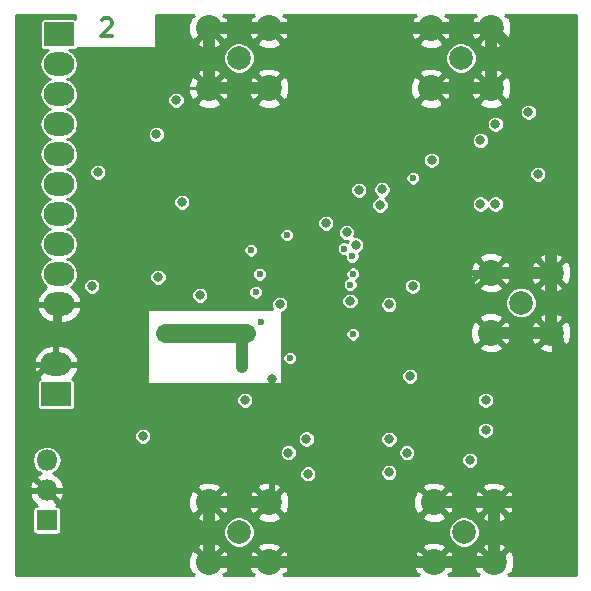
<source format=gbr>
G04 #@! TF.GenerationSoftware,KiCad,Pcbnew,5.0.2-bee76a0~70~ubuntu18.04.1*
G04 #@! TF.CreationDate,2019-01-26T17:59:04+01:00*
G04 #@! TF.ProjectId,adf5355,61646635-3335-4352-9e6b-696361645f70,rev?*
G04 #@! TF.SameCoordinates,Original*
G04 #@! TF.FileFunction,Copper,L2,Inr*
G04 #@! TF.FilePolarity,Positive*
%FSLAX46Y46*%
G04 Gerber Fmt 4.6, Leading zero omitted, Abs format (unit mm)*
G04 Created by KiCad (PCBNEW 5.0.2-bee76a0~70~ubuntu18.04.1) date lör 26 jan 2019 17:59:04*
%MOMM*%
%LPD*%
G01*
G04 APERTURE LIST*
G04 #@! TA.AperFunction,NonConductor*
%ADD10C,0.300000*%
G04 #@! TD*
G04 #@! TA.AperFunction,ViaPad*
%ADD11C,2.000000*%
G04 #@! TD*
G04 #@! TA.AperFunction,ViaPad*
%ADD12C,2.200000*%
G04 #@! TD*
G04 #@! TA.AperFunction,ViaPad*
%ADD13O,2.600000X2.000000*%
G04 #@! TD*
G04 #@! TA.AperFunction,ViaPad*
%ADD14R,2.600000X2.000000*%
G04 #@! TD*
G04 #@! TA.AperFunction,ViaPad*
%ADD15O,1.800000X1.800000*%
G04 #@! TD*
G04 #@! TA.AperFunction,ViaPad*
%ADD16R,1.800000X1.800000*%
G04 #@! TD*
G04 #@! TA.AperFunction,ViaPad*
%ADD17C,0.800000*%
G04 #@! TD*
G04 #@! TA.AperFunction,ViaPad*
%ADD18C,0.600000*%
G04 #@! TD*
G04 #@! TA.AperFunction,Conductor*
%ADD19C,0.500000*%
G04 #@! TD*
G04 #@! TA.AperFunction,Conductor*
%ADD20C,0.250000*%
G04 #@! TD*
G04 #@! TA.AperFunction,Conductor*
%ADD21C,1.000000*%
G04 #@! TD*
G04 #@! TA.AperFunction,Conductor*
%ADD22C,1.600000*%
G04 #@! TD*
G04 #@! TA.AperFunction,Conductor*
%ADD23C,0.254000*%
G04 #@! TD*
G04 APERTURE END LIST*
D10*
X91519428Y-79585428D02*
X91590857Y-79514000D01*
X91733714Y-79442571D01*
X92090857Y-79442571D01*
X92233714Y-79514000D01*
X92305142Y-79585428D01*
X92376571Y-79728285D01*
X92376571Y-79871142D01*
X92305142Y-80085428D01*
X91448000Y-80942571D01*
X92376571Y-80942571D01*
D11*
G04 #@! TO.N,/REF+*
G04 #@! TO.C,J1*
X103124000Y-82804000D03*
D12*
G04 #@! TO.N,GND*
X105664000Y-85344000D03*
X105664000Y-80264000D03*
X100584000Y-80264000D03*
X100584000Y-85344000D03*
G04 #@! TD*
D11*
G04 #@! TO.N,Net-(C33-Pad1)*
G04 #@! TO.C,J2*
X127000000Y-103505000D03*
D12*
G04 #@! TO.N,GND*
X129540000Y-106045000D03*
X129540000Y-100965000D03*
X124460000Y-100965000D03*
X124460000Y-106045000D03*
G04 #@! TD*
D11*
G04 #@! TO.N,Net-(C34-Pad1)*
G04 #@! TO.C,J3*
X103124000Y-122936000D03*
D12*
G04 #@! TO.N,GND*
X105664000Y-125476000D03*
X105664000Y-120396000D03*
X100584000Y-120396000D03*
X100584000Y-125476000D03*
G04 #@! TD*
G04 #@! TO.N,GND*
G04 #@! TO.C,J4*
X119380000Y-85344000D03*
X119380000Y-80264000D03*
X124460000Y-80264000D03*
X124460000Y-85344000D03*
D11*
G04 #@! TO.N,/REF-*
X121920000Y-82804000D03*
G04 #@! TD*
D12*
G04 #@! TO.N,GND*
G04 #@! TO.C,J5*
X119634000Y-125476000D03*
X119634000Y-120396000D03*
X124714000Y-120396000D03*
X124714000Y-125476000D03*
D11*
G04 #@! TO.N,Net-(C41-Pad1)*
X122174000Y-122936000D03*
G04 #@! TD*
D13*
G04 #@! TO.N,GND*
G04 #@! TO.C,J6*
X87630000Y-108712000D03*
D14*
G04 #@! TO.N,/VIN*
X87630000Y-111252000D03*
G04 #@! TD*
D13*
G04 #@! TO.N,GND*
G04 #@! TO.C,J7*
X87884000Y-103632000D03*
G04 #@! TO.N,/CE*
X87884000Y-101092000D03*
G04 #@! TO.N,/LE*
X87884000Y-98552000D03*
G04 #@! TO.N,/MUX*
X87884000Y-96012000D03*
G04 #@! TO.N,/DATA*
X87884000Y-93472000D03*
G04 #@! TO.N,/CLK*
X87884000Y-90932000D03*
G04 #@! TO.N,/3V3*
X87884000Y-88392000D03*
G04 #@! TO.N,/5V*
X87884000Y-85852000D03*
G04 #@! TO.N,/6V*
X87884000Y-83312000D03*
D14*
G04 #@! TO.N,/VIN*
X87884000Y-80772000D03*
G04 #@! TD*
D15*
G04 #@! TO.N,/6V*
G04 #@! TO.C,U1*
X86868000Y-116840000D03*
G04 #@! TO.N,GND*
X86868000Y-119380000D03*
D16*
G04 #@! TO.N,/VIN*
X86868000Y-121920000D03*
G04 #@! TD*
D17*
G04 #@! TO.N,GND*
X110236000Y-101854000D03*
X109220000Y-101854000D03*
X108204000Y-100076000D03*
X108204000Y-100965000D03*
X110236000Y-100965000D03*
X109220000Y-100965000D03*
X108204000Y-101854000D03*
X110236000Y-100076000D03*
X109220000Y-100076000D03*
D18*
X118110000Y-99568000D03*
D17*
X120396000Y-98552000D03*
D18*
X115050000Y-99568000D03*
X116574000Y-96520000D03*
X116574000Y-94996000D03*
D17*
X100584000Y-99592000D03*
X102640000Y-99060000D03*
X103405998Y-102616000D03*
X102108000Y-102616000D03*
X130132000Y-109728000D03*
X130132000Y-111760000D03*
X130132000Y-114300000D03*
X130132000Y-116840000D03*
X122442000Y-102108000D03*
X105930000Y-112522000D03*
X105930000Y-111252000D03*
X105918000Y-109982000D03*
X99032000Y-111760000D03*
X94996000Y-118408000D03*
X91440000Y-120428000D03*
X91440000Y-117078000D03*
X94996000Y-121644000D03*
X124888500Y-93288002D03*
X126127720Y-93264083D03*
X126063500Y-91868500D03*
X124888500Y-91868500D03*
X128524000Y-96227900D03*
X121539000Y-96534000D03*
X130647700Y-87376000D03*
X127381000Y-95156000D03*
X123468000Y-97536000D03*
X115976400Y-88124000D03*
X120345200Y-88124000D03*
X96091500Y-91360500D03*
X94916500Y-91360500D03*
X94916500Y-92535500D03*
X96091500Y-92535500D03*
X93599000Y-89248000D03*
X93204000Y-86360000D03*
X101219000Y-92837000D03*
X92583000Y-94996000D03*
X115062000Y-101092000D03*
X110490000Y-95262000D03*
X106374817Y-96218124D03*
X116741998Y-102870000D03*
X114327998Y-102870000D03*
X115316000Y-105156000D03*
X114808000Y-104394000D03*
X114300000Y-105410000D03*
X103378000Y-101067001D03*
X113355316Y-95956316D03*
X115824000Y-119380000D03*
X117348000Y-117983000D03*
X117336000Y-115062000D03*
X108966000Y-119495000D03*
X107315000Y-117983000D03*
X107339000Y-115050000D03*
X115050000Y-98044000D03*
G04 #@! TO.N,/6V*
X98298000Y-94996000D03*
X119438998Y-91440000D03*
X123571000Y-89756000D03*
X94996000Y-114808000D03*
X124018000Y-114300000D03*
D18*
G04 #@! TO.N,/3V3*
X104140000Y-99060000D03*
X117856000Y-92964000D03*
X112776000Y-106172000D03*
X107442000Y-108184000D03*
X104140000Y-99060000D03*
D17*
X96139000Y-89248000D03*
X103632000Y-111760000D03*
X110490000Y-96770002D03*
X117602000Y-109728000D03*
X99822000Y-102870000D03*
X115243001Y-93920999D03*
D18*
X104878000Y-101092000D03*
D17*
X108839000Y-115050000D03*
X107315000Y-116195000D03*
X108966000Y-117995000D03*
X115836000Y-115062000D03*
X117348000Y-116195000D03*
X115824000Y-117880000D03*
D18*
G04 #@! TO.N,Net-(C25-Pad1)*
X107188000Y-97778000D03*
D17*
G04 #@! TO.N,Net-(C27-Pad1)*
X97804000Y-86360000D03*
G04 #@! TO.N,Net-(C28-Pad1)*
X115074000Y-95230002D03*
X112245670Y-97558330D03*
G04 #@! TO.N,/5V*
X117842000Y-102108000D03*
X124018000Y-111760000D03*
D18*
X112547400Y-101968300D03*
D17*
X124841000Y-95156000D03*
X128440000Y-92627900D03*
X96286000Y-101346000D03*
X90678000Y-102108000D03*
G04 #@! TO.N,Net-(C39-Pad1)*
X127647700Y-87376000D03*
G04 #@! TO.N,Net-(C42-Pad1)*
X123571000Y-95156000D03*
D18*
G04 #@! TO.N,Net-(C50-Pad1)*
X112713645Y-99590000D03*
G04 #@! TO.N,Net-(C53-Pad1)*
X112026000Y-98933000D03*
D17*
X113013590Y-98608710D03*
G04 #@! TO.N,/MUX*
X91186000Y-92456000D03*
X122682000Y-116840000D03*
G04 #@! TO.N,Net-(R4-Pad1)*
X124841000Y-88392000D03*
D18*
G04 #@! TO.N,Net-(R9-Pad1)*
X105029000Y-105156000D03*
X112775974Y-101062099D03*
D17*
G04 #@! TO.N,Net-(R15-Pad1)*
X113284000Y-93980000D03*
D18*
G04 #@! TO.N,Net-(C5-Pad1)*
X104556002Y-102616000D03*
D17*
G04 #@! TO.N,Net-(C58-Pad1)*
X112534000Y-103378000D03*
X115824000Y-103656000D03*
D18*
G04 #@! TO.N,GNDA*
X103747000Y-106045000D03*
X96901000Y-106069000D03*
X99822000Y-106033000D03*
X103378000Y-108966000D03*
D17*
X106592000Y-103632000D03*
G04 #@! TD*
D19*
G04 #@! TO.N,GND*
X103923000Y-100584000D02*
X103898000Y-100584000D01*
X104798000Y-99709000D02*
X103923000Y-100584000D01*
X107513685Y-99709000D02*
X104798000Y-99709000D01*
X108204000Y-100399315D02*
X107513685Y-99709000D01*
X108204000Y-100965000D02*
X108204000Y-100399315D01*
D20*
X115050000Y-99568000D02*
X118110000Y-99568000D01*
X120396000Y-99152000D02*
X120396000Y-98552000D01*
X119980000Y-99568000D02*
X120396000Y-99152000D01*
X118110000Y-99568000D02*
X119980000Y-99568000D01*
D19*
X120396000Y-99402000D02*
X120396000Y-98552000D01*
X121959000Y-100965000D02*
X120396000Y-99402000D01*
X124460000Y-100965000D02*
X121959000Y-100965000D01*
D20*
X115050000Y-99568000D02*
X115050000Y-98044000D01*
X115093152Y-98000848D02*
X115050000Y-98044000D01*
X115093152Y-97526154D02*
X115093152Y-98000848D01*
X115567846Y-97526154D02*
X116574000Y-96520000D01*
X115093152Y-97526154D02*
X115567846Y-97526154D01*
X116574000Y-96520000D02*
X116574000Y-94996000D01*
D19*
X103898000Y-100318000D02*
X102640000Y-99060000D01*
X103898000Y-100584000D02*
X103898000Y-100318000D01*
X101116000Y-99060000D02*
X100584000Y-99592000D01*
X102640000Y-99060000D02*
X101116000Y-99060000D01*
X102108000Y-102616000D02*
X103405998Y-102616000D01*
D20*
X113763486Y-97526154D02*
X115093152Y-97526154D01*
X112798330Y-96560998D02*
X113763486Y-97526154D01*
D21*
X130132000Y-116840000D02*
X130132000Y-114300000D01*
X130132000Y-114300000D02*
X130132000Y-111760000D01*
X130132000Y-111760000D02*
X130132000Y-109728000D01*
X130132000Y-106637000D02*
X129540000Y-106045000D01*
X130132000Y-109728000D02*
X130132000Y-106637000D01*
X128176000Y-120396000D02*
X124714000Y-120396000D01*
X130132000Y-116840000D02*
X130132000Y-118440000D01*
X130132000Y-118440000D02*
X128176000Y-120396000D01*
X129540000Y-106045000D02*
X129540000Y-100965000D01*
X129540000Y-100965000D02*
X124460000Y-100965000D01*
X124460000Y-106045000D02*
X129540000Y-106045000D01*
X119634000Y-125476000D02*
X124714000Y-125476000D01*
X124714000Y-125476000D02*
X124714000Y-120396000D01*
X124714000Y-120396000D02*
X119634000Y-120396000D01*
X105664000Y-125476000D02*
X100584000Y-125476000D01*
X100584000Y-125476000D02*
X100584000Y-120396000D01*
X100584000Y-120396000D02*
X105664000Y-120396000D01*
X119380000Y-85344000D02*
X124460000Y-85344000D01*
X124460000Y-85344000D02*
X124460000Y-80264000D01*
X124460000Y-80264000D02*
X119380000Y-80264000D01*
X117824366Y-80264000D02*
X105664000Y-80264000D01*
X119380000Y-80264000D02*
X117824366Y-80264000D01*
X105664000Y-80264000D02*
X100584000Y-80264000D01*
X100584000Y-80264000D02*
X100584000Y-85344000D01*
X100584000Y-85344000D02*
X105664000Y-85344000D01*
X129540000Y-85344000D02*
X124460000Y-80264000D01*
X105664000Y-125476000D02*
X119634000Y-125476000D01*
D19*
X123585000Y-100965000D02*
X122442000Y-102108000D01*
X124460000Y-100965000D02*
X123585000Y-100965000D01*
X105918000Y-111240000D02*
X105930000Y-111252000D01*
X105918000Y-109982000D02*
X105918000Y-111240000D01*
X105930000Y-111252000D02*
X105930000Y-112522000D01*
X105930000Y-120130000D02*
X105664000Y-120396000D01*
X92976000Y-120428000D02*
X94996000Y-118408000D01*
X91440000Y-120428000D02*
X92976000Y-120428000D01*
X87916000Y-120428000D02*
X86868000Y-119380000D01*
X91440000Y-120428000D02*
X87916000Y-120428000D01*
X93666000Y-117078000D02*
X94996000Y-118408000D01*
X91440000Y-117078000D02*
X93666000Y-117078000D01*
X98596000Y-118408000D02*
X94996000Y-118408000D01*
X100584000Y-120396000D02*
X98596000Y-118408000D01*
X94996000Y-118408000D02*
X94996000Y-121644000D01*
X85968001Y-118480001D02*
X86868000Y-119380000D01*
X85517999Y-118029999D02*
X85968001Y-118480001D01*
X85517999Y-110253999D02*
X85517999Y-118029999D01*
X87059998Y-108712000D02*
X85517999Y-110253999D01*
X87630000Y-108712000D02*
X87059998Y-108712000D01*
X87630000Y-103886000D02*
X87884000Y-103632000D01*
X87630000Y-108712000D02*
X87630000Y-103886000D01*
X103405998Y-101076002D02*
X103898000Y-100584000D01*
X103405998Y-102616000D02*
X103405998Y-101076002D01*
D20*
X129451100Y-96227900D02*
X129540000Y-96139000D01*
X128524000Y-96227900D02*
X129451100Y-96227900D01*
D21*
X129540000Y-100965000D02*
X129540000Y-96139000D01*
D20*
X127452100Y-95156000D02*
X128524000Y-96227900D01*
X127381000Y-95156000D02*
X127452100Y-95156000D01*
X124888500Y-91868500D02*
X126063500Y-91868500D01*
X126063500Y-93199863D02*
X126127720Y-93264083D01*
X126063500Y-91868500D02*
X126063500Y-93199863D01*
X124912419Y-93264083D02*
X124888500Y-93288002D01*
X126127720Y-93264083D02*
X124912419Y-93264083D01*
X127381000Y-94517363D02*
X126127720Y-93264083D01*
X127381000Y-95156000D02*
X127381000Y-94517363D01*
X120696000Y-98552000D02*
X120396000Y-98552000D01*
X121539000Y-97709000D02*
X120696000Y-98552000D01*
X121539000Y-96534000D02*
X121539000Y-97709000D01*
X130647700Y-87376000D02*
X129540000Y-87376000D01*
D21*
X129540000Y-96139000D02*
X129540000Y-87376000D01*
X129540000Y-87376000D02*
X129540000Y-85344000D01*
D20*
X121539000Y-97284000D02*
X121539000Y-96534000D01*
X121791000Y-97536000D02*
X121539000Y-97284000D01*
X123468000Y-97536000D02*
X121791000Y-97536000D01*
X118595200Y-88124000D02*
X115976400Y-88124000D01*
X120345200Y-88124000D02*
X118595200Y-88124000D01*
X120345200Y-86309200D02*
X119380000Y-85344000D01*
X120345200Y-88124000D02*
X120345200Y-86309200D01*
X94220000Y-85344000D02*
X93204000Y-86360000D01*
X100584000Y-85344000D02*
X94220000Y-85344000D01*
X93204000Y-86068000D02*
X92988000Y-85852000D01*
X93204000Y-86360000D02*
X93204000Y-86068000D01*
X93204000Y-88853000D02*
X93599000Y-89248000D01*
X93204000Y-86360000D02*
X93204000Y-88853000D01*
X94916500Y-91040500D02*
X94916500Y-91360500D01*
X93599000Y-89723000D02*
X94916500Y-91040500D01*
X93599000Y-89248000D02*
X93599000Y-89723000D01*
X94916500Y-91360500D02*
X96091500Y-91360500D01*
X96091500Y-91360500D02*
X96091500Y-92535500D01*
X96091500Y-92535500D02*
X94916500Y-92535500D01*
X100917500Y-92535500D02*
X101219000Y-92837000D01*
X96091500Y-92535500D02*
X100917500Y-92535500D01*
X94043500Y-92535500D02*
X94079000Y-92535500D01*
X94079000Y-92535500D02*
X94916500Y-92535500D01*
X92583000Y-93996000D02*
X94043500Y-92535500D01*
X92583000Y-94996000D02*
X92583000Y-93996000D01*
D19*
X115062000Y-99580000D02*
X115050000Y-99568000D01*
X115062000Y-101092000D02*
X115062000Y-99580000D01*
D20*
X111763998Y-96560998D02*
X110490000Y-95287000D01*
X110490000Y-95287000D02*
X110490000Y-95262000D01*
X109398481Y-96378519D02*
X110490000Y-95287000D01*
X108108675Y-96378519D02*
X109398481Y-96378519D01*
X107948280Y-96218124D02*
X106374817Y-96218124D01*
X108108675Y-96378519D02*
X107948280Y-96218124D01*
X99032000Y-117972000D02*
X98596000Y-118408000D01*
X99032000Y-111760000D02*
X99032000Y-117972000D01*
X116741998Y-102870000D02*
X116741998Y-102771998D01*
X115715999Y-102470001D02*
X116078000Y-102108000D01*
X114727997Y-102470001D02*
X115715999Y-102470001D01*
X114327998Y-102870000D02*
X114727997Y-102470001D01*
X116741998Y-102771998D02*
X116078000Y-102108000D01*
X116078000Y-102108000D02*
X115062000Y-101092000D01*
X115062000Y-105410000D02*
X115316000Y-105156000D01*
X114300000Y-105410000D02*
X115062000Y-105410000D01*
X115316000Y-104902000D02*
X114808000Y-104394000D01*
X115316000Y-105156000D02*
X115316000Y-104902000D01*
X114808000Y-103350002D02*
X114327998Y-102870000D01*
X114808000Y-104394000D02*
X114808000Y-103350002D01*
D19*
X113927999Y-103269999D02*
X114327998Y-102870000D01*
X112969997Y-104228001D02*
X113927999Y-103269999D01*
X112125999Y-104228001D02*
X112969997Y-104228001D01*
X110236000Y-102338002D02*
X112125999Y-104228001D01*
X110236000Y-100965000D02*
X110236000Y-102338002D01*
D20*
X112789631Y-95956316D02*
X112649000Y-96096947D01*
X113355316Y-95956316D02*
X112789631Y-95956316D01*
X112649000Y-96096947D02*
X112649000Y-96560998D01*
X112798330Y-96560998D02*
X112649000Y-96560998D01*
X112649000Y-96560998D02*
X111763998Y-96560998D01*
D19*
X108827000Y-119495000D02*
X107315000Y-117983000D01*
X108966000Y-119495000D02*
X108827000Y-119495000D01*
X107315000Y-117983000D02*
X106057000Y-117983000D01*
X106057000Y-117983000D02*
X105930000Y-117856000D01*
X105930000Y-117856000D02*
X105930000Y-120130000D01*
X106172000Y-115050000D02*
X105930000Y-114808000D01*
X107339000Y-115050000D02*
X106172000Y-115050000D01*
X105930000Y-112522000D02*
X105930000Y-114808000D01*
X105930000Y-114808000D02*
X105930000Y-117856000D01*
X115951000Y-119380000D02*
X117348000Y-117983000D01*
X115824000Y-119380000D02*
X115951000Y-119380000D01*
X117348000Y-117958000D02*
X117348000Y-117983000D01*
X118223000Y-117083000D02*
X117348000Y-117958000D01*
X118223000Y-115930398D02*
X118223000Y-117083000D01*
X117354602Y-115062000D02*
X118223000Y-115930398D01*
X117336000Y-115062000D02*
X117354602Y-115062000D01*
X109081000Y-119380000D02*
X108966000Y-119495000D01*
X115824000Y-119380000D02*
X109081000Y-119380000D01*
D22*
G04 #@! TO.N,GNDA*
X99834000Y-106045000D02*
X99822000Y-106033000D01*
X103747000Y-106045000D02*
X99834000Y-106045000D01*
X96937000Y-106033000D02*
X96901000Y-106069000D01*
X99822000Y-106033000D02*
X96937000Y-106033000D01*
D21*
X103378000Y-106414000D02*
X103747000Y-106045000D01*
X103378000Y-108966000D02*
X103378000Y-106414000D01*
G04 #@! TD*
D23*
G04 #@! TO.N,GND*
G36*
X89281000Y-79457888D02*
X89184000Y-79438594D01*
X86584000Y-79438594D01*
X86456411Y-79463973D01*
X86348246Y-79536246D01*
X86275973Y-79644411D01*
X86250594Y-79772000D01*
X86250594Y-81772000D01*
X86275973Y-81899589D01*
X86348246Y-82007754D01*
X86456411Y-82080027D01*
X86584000Y-82105406D01*
X87001259Y-82105406D01*
X86627287Y-82355287D01*
X86333994Y-82794230D01*
X86231003Y-83312000D01*
X86333994Y-83829770D01*
X86627287Y-84268713D01*
X87066230Y-84562006D01*
X87166746Y-84582000D01*
X87066230Y-84601994D01*
X86627287Y-84895287D01*
X86333994Y-85334230D01*
X86231003Y-85852000D01*
X86333994Y-86369770D01*
X86627287Y-86808713D01*
X87066230Y-87102006D01*
X87166746Y-87122000D01*
X87066230Y-87141994D01*
X86627287Y-87435287D01*
X86333994Y-87874230D01*
X86231003Y-88392000D01*
X86333994Y-88909770D01*
X86627287Y-89348713D01*
X87066230Y-89642006D01*
X87166746Y-89662000D01*
X87066230Y-89681994D01*
X86627287Y-89975287D01*
X86333994Y-90414230D01*
X86231003Y-90932000D01*
X86333994Y-91449770D01*
X86627287Y-91888713D01*
X87066230Y-92182006D01*
X87166746Y-92202000D01*
X87066230Y-92221994D01*
X86627287Y-92515287D01*
X86333994Y-92954230D01*
X86231003Y-93472000D01*
X86333994Y-93989770D01*
X86627287Y-94428713D01*
X87066230Y-94722006D01*
X87166746Y-94742000D01*
X87066230Y-94761994D01*
X86627287Y-95055287D01*
X86333994Y-95494230D01*
X86231003Y-96012000D01*
X86333994Y-96529770D01*
X86627287Y-96968713D01*
X87066230Y-97262006D01*
X87166746Y-97282000D01*
X87066230Y-97301994D01*
X86627287Y-97595287D01*
X86333994Y-98034230D01*
X86231003Y-98552000D01*
X86333994Y-99069770D01*
X86627287Y-99508713D01*
X87066230Y-99802006D01*
X87166746Y-99822000D01*
X87066230Y-99841994D01*
X86627287Y-100135287D01*
X86333994Y-100574230D01*
X86231003Y-101092000D01*
X86333994Y-101609770D01*
X86627287Y-102048713D01*
X86826243Y-102181651D01*
X86338078Y-102565683D01*
X86024856Y-103123645D01*
X85993876Y-103251566D01*
X86113223Y-103505000D01*
X87757000Y-103505000D01*
X87757000Y-103485000D01*
X88011000Y-103485000D01*
X88011000Y-103505000D01*
X89654777Y-103505000D01*
X89774124Y-103251566D01*
X89743144Y-103123645D01*
X89429922Y-102565683D01*
X88941757Y-102181651D01*
X89140713Y-102048713D01*
X89197723Y-101963391D01*
X89951000Y-101963391D01*
X89951000Y-102252609D01*
X90061679Y-102519813D01*
X90266187Y-102724321D01*
X90533391Y-102835000D01*
X90822609Y-102835000D01*
X91087229Y-102725391D01*
X99095000Y-102725391D01*
X99095000Y-103014609D01*
X99205679Y-103281813D01*
X99410187Y-103486321D01*
X99677391Y-103597000D01*
X99966609Y-103597000D01*
X100233813Y-103486321D01*
X100438321Y-103281813D01*
X100549000Y-103014609D01*
X100549000Y-102725391D01*
X100452030Y-102491282D01*
X103929002Y-102491282D01*
X103929002Y-102740718D01*
X104024457Y-102971167D01*
X104200835Y-103147545D01*
X104431284Y-103243000D01*
X104680720Y-103243000D01*
X104911169Y-103147545D01*
X105087547Y-102971167D01*
X105183002Y-102740718D01*
X105183002Y-102491282D01*
X105087547Y-102260833D01*
X104911169Y-102084455D01*
X104680720Y-101989000D01*
X104431284Y-101989000D01*
X104200835Y-102084455D01*
X104024457Y-102260833D01*
X103929002Y-102491282D01*
X100452030Y-102491282D01*
X100438321Y-102458187D01*
X100233813Y-102253679D01*
X99966609Y-102143000D01*
X99677391Y-102143000D01*
X99410187Y-102253679D01*
X99205679Y-102458187D01*
X99095000Y-102725391D01*
X91087229Y-102725391D01*
X91089813Y-102724321D01*
X91294321Y-102519813D01*
X91405000Y-102252609D01*
X91405000Y-101963391D01*
X91294321Y-101696187D01*
X91089813Y-101491679D01*
X90822609Y-101381000D01*
X90533391Y-101381000D01*
X90266187Y-101491679D01*
X90061679Y-101696187D01*
X89951000Y-101963391D01*
X89197723Y-101963391D01*
X89434006Y-101609770D01*
X89515237Y-101201391D01*
X95559000Y-101201391D01*
X95559000Y-101490609D01*
X95669679Y-101757813D01*
X95874187Y-101962321D01*
X96141391Y-102073000D01*
X96430609Y-102073000D01*
X96697813Y-101962321D01*
X96816552Y-101843582D01*
X111920400Y-101843582D01*
X111920400Y-102093018D01*
X112015855Y-102323467D01*
X112192233Y-102499845D01*
X112422682Y-102595300D01*
X112672118Y-102595300D01*
X112902567Y-102499845D01*
X113078945Y-102323467D01*
X113174400Y-102093018D01*
X113174400Y-101963391D01*
X117115000Y-101963391D01*
X117115000Y-102252609D01*
X117225679Y-102519813D01*
X117430187Y-102724321D01*
X117697391Y-102835000D01*
X117986609Y-102835000D01*
X118253813Y-102724321D01*
X118458321Y-102519813D01*
X118569000Y-102252609D01*
X118569000Y-102189868D01*
X123414737Y-102189868D01*
X123525641Y-102467099D01*
X124171593Y-102710323D01*
X124861453Y-102687836D01*
X125394359Y-102467099D01*
X125505263Y-102189868D01*
X124460000Y-101144605D01*
X123414737Y-102189868D01*
X118569000Y-102189868D01*
X118569000Y-101963391D01*
X118458321Y-101696187D01*
X118253813Y-101491679D01*
X117986609Y-101381000D01*
X117697391Y-101381000D01*
X117430187Y-101491679D01*
X117225679Y-101696187D01*
X117115000Y-101963391D01*
X113174400Y-101963391D01*
X113174400Y-101843582D01*
X113079699Y-101614952D01*
X113131141Y-101593644D01*
X113307519Y-101417266D01*
X113402974Y-101186817D01*
X113402974Y-100937381D01*
X113307519Y-100706932D01*
X113277180Y-100676593D01*
X122714677Y-100676593D01*
X122737164Y-101366453D01*
X122957901Y-101899359D01*
X123235132Y-102010263D01*
X124280395Y-100965000D01*
X124639605Y-100965000D01*
X125684868Y-102010263D01*
X125962099Y-101899359D01*
X126205323Y-101253407D01*
X126186521Y-100676593D01*
X127794677Y-100676593D01*
X127817164Y-101366453D01*
X128037901Y-101899359D01*
X128315132Y-102010263D01*
X129360395Y-100965000D01*
X129719605Y-100965000D01*
X130764868Y-102010263D01*
X131042099Y-101899359D01*
X131285323Y-101253407D01*
X131262836Y-100563547D01*
X131042099Y-100030641D01*
X130764868Y-99919737D01*
X129719605Y-100965000D01*
X129360395Y-100965000D01*
X128315132Y-99919737D01*
X128037901Y-100030641D01*
X127794677Y-100676593D01*
X126186521Y-100676593D01*
X126182836Y-100563547D01*
X125962099Y-100030641D01*
X125684868Y-99919737D01*
X124639605Y-100965000D01*
X124280395Y-100965000D01*
X123235132Y-99919737D01*
X122957901Y-100030641D01*
X122714677Y-100676593D01*
X113277180Y-100676593D01*
X113131141Y-100530554D01*
X112900692Y-100435099D01*
X112651256Y-100435099D01*
X112420807Y-100530554D01*
X112244429Y-100706932D01*
X112148974Y-100937381D01*
X112148974Y-101186817D01*
X112243675Y-101415447D01*
X112192233Y-101436755D01*
X112015855Y-101613133D01*
X111920400Y-101843582D01*
X96816552Y-101843582D01*
X96902321Y-101757813D01*
X97013000Y-101490609D01*
X97013000Y-101201391D01*
X96916030Y-100967282D01*
X104251000Y-100967282D01*
X104251000Y-101216718D01*
X104346455Y-101447167D01*
X104522833Y-101623545D01*
X104753282Y-101719000D01*
X105002718Y-101719000D01*
X105233167Y-101623545D01*
X105409545Y-101447167D01*
X105505000Y-101216718D01*
X105505000Y-100967282D01*
X105409545Y-100736833D01*
X105233167Y-100560455D01*
X105002718Y-100465000D01*
X104753282Y-100465000D01*
X104522833Y-100560455D01*
X104346455Y-100736833D01*
X104251000Y-100967282D01*
X96916030Y-100967282D01*
X96902321Y-100934187D01*
X96697813Y-100729679D01*
X96430609Y-100619000D01*
X96141391Y-100619000D01*
X95874187Y-100729679D01*
X95669679Y-100934187D01*
X95559000Y-101201391D01*
X89515237Y-101201391D01*
X89536997Y-101092000D01*
X89434006Y-100574230D01*
X89140713Y-100135287D01*
X88701770Y-99841994D01*
X88601254Y-99822000D01*
X88701770Y-99802006D01*
X89140713Y-99508713D01*
X89434006Y-99069770D01*
X89460757Y-98935282D01*
X103513000Y-98935282D01*
X103513000Y-99184718D01*
X103608455Y-99415167D01*
X103784833Y-99591545D01*
X104015282Y-99687000D01*
X104264718Y-99687000D01*
X104495167Y-99591545D01*
X104671545Y-99415167D01*
X104767000Y-99184718D01*
X104767000Y-98935282D01*
X104714395Y-98808282D01*
X111399000Y-98808282D01*
X111399000Y-99057718D01*
X111494455Y-99288167D01*
X111670833Y-99464545D01*
X111901282Y-99560000D01*
X112086645Y-99560000D01*
X112086645Y-99714718D01*
X112182100Y-99945167D01*
X112358478Y-100121545D01*
X112588927Y-100217000D01*
X112838363Y-100217000D01*
X113068812Y-100121545D01*
X113245190Y-99945167D01*
X113330118Y-99740132D01*
X123414737Y-99740132D01*
X124460000Y-100785395D01*
X125505263Y-99740132D01*
X128494737Y-99740132D01*
X129540000Y-100785395D01*
X130585263Y-99740132D01*
X130474359Y-99462901D01*
X129828407Y-99219677D01*
X129138547Y-99242164D01*
X128605641Y-99462901D01*
X128494737Y-99740132D01*
X125505263Y-99740132D01*
X125394359Y-99462901D01*
X124748407Y-99219677D01*
X124058547Y-99242164D01*
X123525641Y-99462901D01*
X123414737Y-99740132D01*
X113330118Y-99740132D01*
X113340645Y-99714718D01*
X113340645Y-99465282D01*
X113268116Y-99290181D01*
X113425403Y-99225031D01*
X113629911Y-99020523D01*
X113740590Y-98753319D01*
X113740590Y-98464101D01*
X113629911Y-98196897D01*
X113425403Y-97992389D01*
X113158199Y-97881710D01*
X112898621Y-97881710D01*
X112972670Y-97702939D01*
X112972670Y-97413721D01*
X112861991Y-97146517D01*
X112657483Y-96942009D01*
X112390279Y-96831330D01*
X112101061Y-96831330D01*
X111833857Y-96942009D01*
X111629349Y-97146517D01*
X111518670Y-97413721D01*
X111518670Y-97702939D01*
X111629349Y-97970143D01*
X111833857Y-98174651D01*
X112101061Y-98285330D01*
X112360639Y-98285330D01*
X112322589Y-98377191D01*
X112150718Y-98306000D01*
X111901282Y-98306000D01*
X111670833Y-98401455D01*
X111494455Y-98577833D01*
X111399000Y-98808282D01*
X104714395Y-98808282D01*
X104671545Y-98704833D01*
X104495167Y-98528455D01*
X104264718Y-98433000D01*
X104015282Y-98433000D01*
X103784833Y-98528455D01*
X103608455Y-98704833D01*
X103513000Y-98935282D01*
X89460757Y-98935282D01*
X89536997Y-98552000D01*
X89434006Y-98034230D01*
X89179465Y-97653282D01*
X106561000Y-97653282D01*
X106561000Y-97902718D01*
X106656455Y-98133167D01*
X106832833Y-98309545D01*
X107063282Y-98405000D01*
X107312718Y-98405000D01*
X107543167Y-98309545D01*
X107719545Y-98133167D01*
X107815000Y-97902718D01*
X107815000Y-97653282D01*
X107719545Y-97422833D01*
X107543167Y-97246455D01*
X107312718Y-97151000D01*
X107063282Y-97151000D01*
X106832833Y-97246455D01*
X106656455Y-97422833D01*
X106561000Y-97653282D01*
X89179465Y-97653282D01*
X89140713Y-97595287D01*
X88701770Y-97301994D01*
X88601254Y-97282000D01*
X88701770Y-97262006D01*
X89140713Y-96968713D01*
X89370112Y-96625393D01*
X109763000Y-96625393D01*
X109763000Y-96914611D01*
X109873679Y-97181815D01*
X110078187Y-97386323D01*
X110345391Y-97497002D01*
X110634609Y-97497002D01*
X110901813Y-97386323D01*
X111106321Y-97181815D01*
X111217000Y-96914611D01*
X111217000Y-96625393D01*
X111106321Y-96358189D01*
X110901813Y-96153681D01*
X110634609Y-96043002D01*
X110345391Y-96043002D01*
X110078187Y-96153681D01*
X109873679Y-96358189D01*
X109763000Y-96625393D01*
X89370112Y-96625393D01*
X89434006Y-96529770D01*
X89536997Y-96012000D01*
X89434006Y-95494230D01*
X89140713Y-95055287D01*
X88835562Y-94851391D01*
X97571000Y-94851391D01*
X97571000Y-95140609D01*
X97681679Y-95407813D01*
X97886187Y-95612321D01*
X98153391Y-95723000D01*
X98442609Y-95723000D01*
X98709813Y-95612321D01*
X98914321Y-95407813D01*
X99025000Y-95140609D01*
X99025000Y-95085393D01*
X114347000Y-95085393D01*
X114347000Y-95374611D01*
X114457679Y-95641815D01*
X114662187Y-95846323D01*
X114929391Y-95957002D01*
X115218609Y-95957002D01*
X115485813Y-95846323D01*
X115690321Y-95641815D01*
X115801000Y-95374611D01*
X115801000Y-95085393D01*
X115770348Y-95011391D01*
X122844000Y-95011391D01*
X122844000Y-95300609D01*
X122954679Y-95567813D01*
X123159187Y-95772321D01*
X123426391Y-95883000D01*
X123715609Y-95883000D01*
X123982813Y-95772321D01*
X124187321Y-95567813D01*
X124206000Y-95522718D01*
X124224679Y-95567813D01*
X124429187Y-95772321D01*
X124696391Y-95883000D01*
X124985609Y-95883000D01*
X125252813Y-95772321D01*
X125457321Y-95567813D01*
X125568000Y-95300609D01*
X125568000Y-95011391D01*
X125457321Y-94744187D01*
X125252813Y-94539679D01*
X124985609Y-94429000D01*
X124696391Y-94429000D01*
X124429187Y-94539679D01*
X124224679Y-94744187D01*
X124206000Y-94789282D01*
X124187321Y-94744187D01*
X123982813Y-94539679D01*
X123715609Y-94429000D01*
X123426391Y-94429000D01*
X123159187Y-94539679D01*
X122954679Y-94744187D01*
X122844000Y-95011391D01*
X115770348Y-95011391D01*
X115690321Y-94818189D01*
X115485813Y-94613681D01*
X115478137Y-94610502D01*
X115654814Y-94537320D01*
X115859322Y-94332812D01*
X115970001Y-94065608D01*
X115970001Y-93776390D01*
X115859322Y-93509186D01*
X115654814Y-93304678D01*
X115387610Y-93193999D01*
X115098392Y-93193999D01*
X114831188Y-93304678D01*
X114626680Y-93509186D01*
X114516001Y-93776390D01*
X114516001Y-94065608D01*
X114626680Y-94332812D01*
X114831188Y-94537320D01*
X114838864Y-94540499D01*
X114662187Y-94613681D01*
X114457679Y-94818189D01*
X114347000Y-95085393D01*
X99025000Y-95085393D01*
X99025000Y-94851391D01*
X98914321Y-94584187D01*
X98709813Y-94379679D01*
X98442609Y-94269000D01*
X98153391Y-94269000D01*
X97886187Y-94379679D01*
X97681679Y-94584187D01*
X97571000Y-94851391D01*
X88835562Y-94851391D01*
X88701770Y-94761994D01*
X88601254Y-94742000D01*
X88701770Y-94722006D01*
X89140713Y-94428713D01*
X89434006Y-93989770D01*
X89464713Y-93835391D01*
X112557000Y-93835391D01*
X112557000Y-94124609D01*
X112667679Y-94391813D01*
X112872187Y-94596321D01*
X113139391Y-94707000D01*
X113428609Y-94707000D01*
X113695813Y-94596321D01*
X113900321Y-94391813D01*
X114011000Y-94124609D01*
X114011000Y-93835391D01*
X113900321Y-93568187D01*
X113695813Y-93363679D01*
X113428609Y-93253000D01*
X113139391Y-93253000D01*
X112872187Y-93363679D01*
X112667679Y-93568187D01*
X112557000Y-93835391D01*
X89464713Y-93835391D01*
X89536997Y-93472000D01*
X89434006Y-92954230D01*
X89140713Y-92515287D01*
X88835562Y-92311391D01*
X90459000Y-92311391D01*
X90459000Y-92600609D01*
X90569679Y-92867813D01*
X90774187Y-93072321D01*
X91041391Y-93183000D01*
X91330609Y-93183000D01*
X91597813Y-93072321D01*
X91802321Y-92867813D01*
X91814138Y-92839282D01*
X117229000Y-92839282D01*
X117229000Y-93088718D01*
X117324455Y-93319167D01*
X117500833Y-93495545D01*
X117731282Y-93591000D01*
X117980718Y-93591000D01*
X118211167Y-93495545D01*
X118387545Y-93319167D01*
X118483000Y-93088718D01*
X118483000Y-92839282D01*
X118387545Y-92608833D01*
X118262003Y-92483291D01*
X127713000Y-92483291D01*
X127713000Y-92772509D01*
X127823679Y-93039713D01*
X128028187Y-93244221D01*
X128295391Y-93354900D01*
X128584609Y-93354900D01*
X128851813Y-93244221D01*
X129056321Y-93039713D01*
X129167000Y-92772509D01*
X129167000Y-92483291D01*
X129056321Y-92216087D01*
X128851813Y-92011579D01*
X128584609Y-91900900D01*
X128295391Y-91900900D01*
X128028187Y-92011579D01*
X127823679Y-92216087D01*
X127713000Y-92483291D01*
X118262003Y-92483291D01*
X118211167Y-92432455D01*
X117980718Y-92337000D01*
X117731282Y-92337000D01*
X117500833Y-92432455D01*
X117324455Y-92608833D01*
X117229000Y-92839282D01*
X91814138Y-92839282D01*
X91913000Y-92600609D01*
X91913000Y-92311391D01*
X91802321Y-92044187D01*
X91597813Y-91839679D01*
X91330609Y-91729000D01*
X91041391Y-91729000D01*
X90774187Y-91839679D01*
X90569679Y-92044187D01*
X90459000Y-92311391D01*
X88835562Y-92311391D01*
X88701770Y-92221994D01*
X88601254Y-92202000D01*
X88701770Y-92182006D01*
X89140713Y-91888713D01*
X89434006Y-91449770D01*
X89464713Y-91295391D01*
X118711998Y-91295391D01*
X118711998Y-91584609D01*
X118822677Y-91851813D01*
X119027185Y-92056321D01*
X119294389Y-92167000D01*
X119583607Y-92167000D01*
X119850811Y-92056321D01*
X120055319Y-91851813D01*
X120165998Y-91584609D01*
X120165998Y-91295391D01*
X120055319Y-91028187D01*
X119850811Y-90823679D01*
X119583607Y-90713000D01*
X119294389Y-90713000D01*
X119027185Y-90823679D01*
X118822677Y-91028187D01*
X118711998Y-91295391D01*
X89464713Y-91295391D01*
X89536997Y-90932000D01*
X89434006Y-90414230D01*
X89140713Y-89975287D01*
X88701770Y-89681994D01*
X88601254Y-89662000D01*
X88701770Y-89642006D01*
X89140713Y-89348713D01*
X89304632Y-89103391D01*
X95412000Y-89103391D01*
X95412000Y-89392609D01*
X95522679Y-89659813D01*
X95727187Y-89864321D01*
X95994391Y-89975000D01*
X96283609Y-89975000D01*
X96550813Y-89864321D01*
X96755321Y-89659813D01*
X96775377Y-89611391D01*
X122844000Y-89611391D01*
X122844000Y-89900609D01*
X122954679Y-90167813D01*
X123159187Y-90372321D01*
X123426391Y-90483000D01*
X123715609Y-90483000D01*
X123982813Y-90372321D01*
X124187321Y-90167813D01*
X124298000Y-89900609D01*
X124298000Y-89611391D01*
X124187321Y-89344187D01*
X123982813Y-89139679D01*
X123715609Y-89029000D01*
X123426391Y-89029000D01*
X123159187Y-89139679D01*
X122954679Y-89344187D01*
X122844000Y-89611391D01*
X96775377Y-89611391D01*
X96866000Y-89392609D01*
X96866000Y-89103391D01*
X96755321Y-88836187D01*
X96550813Y-88631679D01*
X96283609Y-88521000D01*
X95994391Y-88521000D01*
X95727187Y-88631679D01*
X95522679Y-88836187D01*
X95412000Y-89103391D01*
X89304632Y-89103391D01*
X89434006Y-88909770D01*
X89536997Y-88392000D01*
X89508233Y-88247391D01*
X124114000Y-88247391D01*
X124114000Y-88536609D01*
X124224679Y-88803813D01*
X124429187Y-89008321D01*
X124696391Y-89119000D01*
X124985609Y-89119000D01*
X125252813Y-89008321D01*
X125457321Y-88803813D01*
X125568000Y-88536609D01*
X125568000Y-88247391D01*
X125457321Y-87980187D01*
X125252813Y-87775679D01*
X124985609Y-87665000D01*
X124696391Y-87665000D01*
X124429187Y-87775679D01*
X124224679Y-87980187D01*
X124114000Y-88247391D01*
X89508233Y-88247391D01*
X89434006Y-87874230D01*
X89140713Y-87435287D01*
X88835562Y-87231391D01*
X126920700Y-87231391D01*
X126920700Y-87520609D01*
X127031379Y-87787813D01*
X127235887Y-87992321D01*
X127503091Y-88103000D01*
X127792309Y-88103000D01*
X128059513Y-87992321D01*
X128264021Y-87787813D01*
X128374700Y-87520609D01*
X128374700Y-87231391D01*
X128264021Y-86964187D01*
X128059513Y-86759679D01*
X127792309Y-86649000D01*
X127503091Y-86649000D01*
X127235887Y-86759679D01*
X127031379Y-86964187D01*
X126920700Y-87231391D01*
X88835562Y-87231391D01*
X88701770Y-87141994D01*
X88601254Y-87122000D01*
X88701770Y-87102006D01*
X89140713Y-86808713D01*
X89434006Y-86369770D01*
X89464713Y-86215391D01*
X97077000Y-86215391D01*
X97077000Y-86504609D01*
X97187679Y-86771813D01*
X97392187Y-86976321D01*
X97659391Y-87087000D01*
X97948609Y-87087000D01*
X98215813Y-86976321D01*
X98420321Y-86771813D01*
X98504383Y-86568868D01*
X99538737Y-86568868D01*
X99649641Y-86846099D01*
X100295593Y-87089323D01*
X100985453Y-87066836D01*
X101518359Y-86846099D01*
X101629263Y-86568868D01*
X104618737Y-86568868D01*
X104729641Y-86846099D01*
X105375593Y-87089323D01*
X106065453Y-87066836D01*
X106598359Y-86846099D01*
X106709263Y-86568868D01*
X118334737Y-86568868D01*
X118445641Y-86846099D01*
X119091593Y-87089323D01*
X119781453Y-87066836D01*
X120314359Y-86846099D01*
X120425263Y-86568868D01*
X123414737Y-86568868D01*
X123525641Y-86846099D01*
X124171593Y-87089323D01*
X124861453Y-87066836D01*
X125394359Y-86846099D01*
X125505263Y-86568868D01*
X124460000Y-85523605D01*
X123414737Y-86568868D01*
X120425263Y-86568868D01*
X119380000Y-85523605D01*
X118334737Y-86568868D01*
X106709263Y-86568868D01*
X105664000Y-85523605D01*
X104618737Y-86568868D01*
X101629263Y-86568868D01*
X100584000Y-85523605D01*
X99538737Y-86568868D01*
X98504383Y-86568868D01*
X98531000Y-86504609D01*
X98531000Y-86215391D01*
X98420321Y-85948187D01*
X98215813Y-85743679D01*
X97948609Y-85633000D01*
X97659391Y-85633000D01*
X97392187Y-85743679D01*
X97187679Y-85948187D01*
X97077000Y-86215391D01*
X89464713Y-86215391D01*
X89536997Y-85852000D01*
X89434006Y-85334230D01*
X89247827Y-85055593D01*
X98838677Y-85055593D01*
X98861164Y-85745453D01*
X99081901Y-86278359D01*
X99359132Y-86389263D01*
X100404395Y-85344000D01*
X100763605Y-85344000D01*
X101808868Y-86389263D01*
X102086099Y-86278359D01*
X102329323Y-85632407D01*
X102310521Y-85055593D01*
X103918677Y-85055593D01*
X103941164Y-85745453D01*
X104161901Y-86278359D01*
X104439132Y-86389263D01*
X105484395Y-85344000D01*
X105843605Y-85344000D01*
X106888868Y-86389263D01*
X107166099Y-86278359D01*
X107409323Y-85632407D01*
X107390521Y-85055593D01*
X117634677Y-85055593D01*
X117657164Y-85745453D01*
X117877901Y-86278359D01*
X118155132Y-86389263D01*
X119200395Y-85344000D01*
X119559605Y-85344000D01*
X120604868Y-86389263D01*
X120882099Y-86278359D01*
X121125323Y-85632407D01*
X121106521Y-85055593D01*
X122714677Y-85055593D01*
X122737164Y-85745453D01*
X122957901Y-86278359D01*
X123235132Y-86389263D01*
X124280395Y-85344000D01*
X124639605Y-85344000D01*
X125684868Y-86389263D01*
X125962099Y-86278359D01*
X126205323Y-85632407D01*
X126182836Y-84942547D01*
X125962099Y-84409641D01*
X125684868Y-84298737D01*
X124639605Y-85344000D01*
X124280395Y-85344000D01*
X123235132Y-84298737D01*
X122957901Y-84409641D01*
X122714677Y-85055593D01*
X121106521Y-85055593D01*
X121102836Y-84942547D01*
X120882099Y-84409641D01*
X120604868Y-84298737D01*
X119559605Y-85344000D01*
X119200395Y-85344000D01*
X118155132Y-84298737D01*
X117877901Y-84409641D01*
X117634677Y-85055593D01*
X107390521Y-85055593D01*
X107386836Y-84942547D01*
X107166099Y-84409641D01*
X106888868Y-84298737D01*
X105843605Y-85344000D01*
X105484395Y-85344000D01*
X104439132Y-84298737D01*
X104161901Y-84409641D01*
X103918677Y-85055593D01*
X102310521Y-85055593D01*
X102306836Y-84942547D01*
X102086099Y-84409641D01*
X101808868Y-84298737D01*
X100763605Y-85344000D01*
X100404395Y-85344000D01*
X99359132Y-84298737D01*
X99081901Y-84409641D01*
X98838677Y-85055593D01*
X89247827Y-85055593D01*
X89140713Y-84895287D01*
X88701770Y-84601994D01*
X88601254Y-84582000D01*
X88701770Y-84562006D01*
X89140713Y-84268713D01*
X89240660Y-84119132D01*
X99538737Y-84119132D01*
X100584000Y-85164395D01*
X101629263Y-84119132D01*
X101518359Y-83841901D01*
X100872407Y-83598677D01*
X100182547Y-83621164D01*
X99649641Y-83841901D01*
X99538737Y-84119132D01*
X89240660Y-84119132D01*
X89434006Y-83829770D01*
X89536997Y-83312000D01*
X89434006Y-82794230D01*
X89264164Y-82540043D01*
X101797000Y-82540043D01*
X101797000Y-83067957D01*
X101999024Y-83555685D01*
X102372315Y-83928976D01*
X102860043Y-84131000D01*
X103387957Y-84131000D01*
X103416608Y-84119132D01*
X104618737Y-84119132D01*
X105664000Y-85164395D01*
X106709263Y-84119132D01*
X118334737Y-84119132D01*
X119380000Y-85164395D01*
X120425263Y-84119132D01*
X120314359Y-83841901D01*
X119668407Y-83598677D01*
X118978547Y-83621164D01*
X118445641Y-83841901D01*
X118334737Y-84119132D01*
X106709263Y-84119132D01*
X106598359Y-83841901D01*
X105952407Y-83598677D01*
X105262547Y-83621164D01*
X104729641Y-83841901D01*
X104618737Y-84119132D01*
X103416608Y-84119132D01*
X103875685Y-83928976D01*
X104248976Y-83555685D01*
X104451000Y-83067957D01*
X104451000Y-82540043D01*
X120593000Y-82540043D01*
X120593000Y-83067957D01*
X120795024Y-83555685D01*
X121168315Y-83928976D01*
X121656043Y-84131000D01*
X122183957Y-84131000D01*
X122212608Y-84119132D01*
X123414737Y-84119132D01*
X124460000Y-85164395D01*
X125505263Y-84119132D01*
X125394359Y-83841901D01*
X124748407Y-83598677D01*
X124058547Y-83621164D01*
X123525641Y-83841901D01*
X123414737Y-84119132D01*
X122212608Y-84119132D01*
X122671685Y-83928976D01*
X123044976Y-83555685D01*
X123247000Y-83067957D01*
X123247000Y-82540043D01*
X123044976Y-82052315D01*
X122671685Y-81679024D01*
X122212609Y-81488868D01*
X123414737Y-81488868D01*
X123525641Y-81766099D01*
X124171593Y-82009323D01*
X124861453Y-81986836D01*
X125394359Y-81766099D01*
X125505263Y-81488868D01*
X124460000Y-80443605D01*
X123414737Y-81488868D01*
X122212609Y-81488868D01*
X122183957Y-81477000D01*
X121656043Y-81477000D01*
X121168315Y-81679024D01*
X120795024Y-82052315D01*
X120593000Y-82540043D01*
X104451000Y-82540043D01*
X104248976Y-82052315D01*
X103875685Y-81679024D01*
X103416609Y-81488868D01*
X104618737Y-81488868D01*
X104729641Y-81766099D01*
X105375593Y-82009323D01*
X106065453Y-81986836D01*
X106598359Y-81766099D01*
X106709263Y-81488868D01*
X118334737Y-81488868D01*
X118445641Y-81766099D01*
X119091593Y-82009323D01*
X119781453Y-81986836D01*
X120314359Y-81766099D01*
X120425263Y-81488868D01*
X119380000Y-80443605D01*
X118334737Y-81488868D01*
X106709263Y-81488868D01*
X105664000Y-80443605D01*
X104618737Y-81488868D01*
X103416609Y-81488868D01*
X103387957Y-81477000D01*
X102860043Y-81477000D01*
X102372315Y-81679024D01*
X101999024Y-82052315D01*
X101797000Y-82540043D01*
X89264164Y-82540043D01*
X89140713Y-82355287D01*
X88766741Y-82105406D01*
X89184000Y-82105406D01*
X89311589Y-82080027D01*
X89419754Y-82007754D01*
X89481730Y-81915000D01*
X90756715Y-81915000D01*
X90756715Y-81986000D01*
X93139286Y-81986000D01*
X93139286Y-81915000D01*
X96012000Y-81915000D01*
X96060601Y-81905333D01*
X96101803Y-81877803D01*
X96129333Y-81836601D01*
X96139000Y-81788000D01*
X96139000Y-81488868D01*
X99538737Y-81488868D01*
X99649641Y-81766099D01*
X100295593Y-82009323D01*
X100985453Y-81986836D01*
X101518359Y-81766099D01*
X101629263Y-81488868D01*
X100584000Y-80443605D01*
X99538737Y-81488868D01*
X96139000Y-81488868D01*
X96139000Y-79142000D01*
X99282392Y-79142000D01*
X99359130Y-79218738D01*
X99081901Y-79329641D01*
X98838677Y-79975593D01*
X98861164Y-80665453D01*
X99081901Y-81198359D01*
X99359132Y-81309263D01*
X100404395Y-80264000D01*
X100390253Y-80249858D01*
X100569858Y-80070253D01*
X100584000Y-80084395D01*
X100598143Y-80070253D01*
X100777748Y-80249858D01*
X100763605Y-80264000D01*
X101808868Y-81309263D01*
X102086099Y-81198359D01*
X102329323Y-80552407D01*
X102306836Y-79862547D01*
X102086099Y-79329641D01*
X101808870Y-79218738D01*
X101885608Y-79142000D01*
X104362392Y-79142000D01*
X104439130Y-79218738D01*
X104161901Y-79329641D01*
X103918677Y-79975593D01*
X103941164Y-80665453D01*
X104161901Y-81198359D01*
X104439132Y-81309263D01*
X105484395Y-80264000D01*
X105470253Y-80249858D01*
X105649858Y-80070253D01*
X105664000Y-80084395D01*
X105678143Y-80070253D01*
X105857748Y-80249858D01*
X105843605Y-80264000D01*
X106888868Y-81309263D01*
X107166099Y-81198359D01*
X107409323Y-80552407D01*
X107386836Y-79862547D01*
X107166099Y-79329641D01*
X106888870Y-79218738D01*
X106965608Y-79142000D01*
X118078392Y-79142000D01*
X118155130Y-79218738D01*
X117877901Y-79329641D01*
X117634677Y-79975593D01*
X117657164Y-80665453D01*
X117877901Y-81198359D01*
X118155132Y-81309263D01*
X119200395Y-80264000D01*
X119186253Y-80249858D01*
X119365858Y-80070253D01*
X119380000Y-80084395D01*
X119394143Y-80070253D01*
X119573748Y-80249858D01*
X119559605Y-80264000D01*
X120604868Y-81309263D01*
X120882099Y-81198359D01*
X121125323Y-80552407D01*
X121102836Y-79862547D01*
X120882099Y-79329641D01*
X120604870Y-79218738D01*
X120681608Y-79142000D01*
X123158392Y-79142000D01*
X123235130Y-79218738D01*
X122957901Y-79329641D01*
X122714677Y-79975593D01*
X122737164Y-80665453D01*
X122957901Y-81198359D01*
X123235132Y-81309263D01*
X124280395Y-80264000D01*
X124266253Y-80249858D01*
X124445858Y-80070253D01*
X124460000Y-80084395D01*
X124474143Y-80070253D01*
X124653748Y-80249858D01*
X124639605Y-80264000D01*
X125684868Y-81309263D01*
X125962099Y-81198359D01*
X126205323Y-80552407D01*
X126182836Y-79862547D01*
X125962099Y-79329641D01*
X125684870Y-79218738D01*
X125761608Y-79142000D01*
X131678001Y-79142000D01*
X131678000Y-126598000D01*
X126015608Y-126598000D01*
X125938870Y-126521262D01*
X126216099Y-126410359D01*
X126459323Y-125764407D01*
X126436836Y-125074547D01*
X126216099Y-124541641D01*
X125938868Y-124430737D01*
X124893605Y-125476000D01*
X124907748Y-125490143D01*
X124728143Y-125669748D01*
X124714000Y-125655605D01*
X124699858Y-125669748D01*
X124520253Y-125490143D01*
X124534395Y-125476000D01*
X123489132Y-124430737D01*
X123211901Y-124541641D01*
X122968677Y-125187593D01*
X122991164Y-125877453D01*
X123211901Y-126410359D01*
X123489130Y-126521262D01*
X123412392Y-126598000D01*
X120935608Y-126598000D01*
X120858870Y-126521262D01*
X121136099Y-126410359D01*
X121379323Y-125764407D01*
X121356836Y-125074547D01*
X121136099Y-124541641D01*
X120858868Y-124430737D01*
X119813605Y-125476000D01*
X119827748Y-125490143D01*
X119648143Y-125669748D01*
X119634000Y-125655605D01*
X119619858Y-125669748D01*
X119440253Y-125490143D01*
X119454395Y-125476000D01*
X118409132Y-124430737D01*
X118131901Y-124541641D01*
X117888677Y-125187593D01*
X117911164Y-125877453D01*
X118131901Y-126410359D01*
X118409130Y-126521262D01*
X118332392Y-126598000D01*
X106965608Y-126598000D01*
X106888870Y-126521262D01*
X107166099Y-126410359D01*
X107409323Y-125764407D01*
X107386836Y-125074547D01*
X107166099Y-124541641D01*
X106888868Y-124430737D01*
X105843605Y-125476000D01*
X105857748Y-125490143D01*
X105678143Y-125669748D01*
X105664000Y-125655605D01*
X105649858Y-125669748D01*
X105470253Y-125490143D01*
X105484395Y-125476000D01*
X104439132Y-124430737D01*
X104161901Y-124541641D01*
X103918677Y-125187593D01*
X103941164Y-125877453D01*
X104161901Y-126410359D01*
X104439130Y-126521262D01*
X104362392Y-126598000D01*
X101885608Y-126598000D01*
X101808870Y-126521262D01*
X102086099Y-126410359D01*
X102329323Y-125764407D01*
X102306836Y-125074547D01*
X102086099Y-124541641D01*
X101808868Y-124430737D01*
X100763605Y-125476000D01*
X100777748Y-125490143D01*
X100598143Y-125669748D01*
X100584000Y-125655605D01*
X100569858Y-125669748D01*
X100390253Y-125490143D01*
X100404395Y-125476000D01*
X99359132Y-124430737D01*
X99081901Y-124541641D01*
X98838677Y-125187593D01*
X98861164Y-125877453D01*
X99081901Y-126410359D01*
X99359130Y-126521262D01*
X99282392Y-126598000D01*
X84222000Y-126598000D01*
X84222000Y-124251132D01*
X99538737Y-124251132D01*
X100584000Y-125296395D01*
X101629263Y-124251132D01*
X101518359Y-123973901D01*
X100872407Y-123730677D01*
X100182547Y-123753164D01*
X99649641Y-123973901D01*
X99538737Y-124251132D01*
X84222000Y-124251132D01*
X84222000Y-119744742D01*
X85376954Y-119744742D01*
X85630034Y-120287576D01*
X86065422Y-120686594D01*
X85968000Y-120686594D01*
X85840411Y-120711973D01*
X85732246Y-120784246D01*
X85659973Y-120892411D01*
X85634594Y-121020000D01*
X85634594Y-122820000D01*
X85659973Y-122947589D01*
X85732246Y-123055754D01*
X85840411Y-123128027D01*
X85968000Y-123153406D01*
X87768000Y-123153406D01*
X87895589Y-123128027D01*
X88003754Y-123055754D01*
X88076027Y-122947589D01*
X88101406Y-122820000D01*
X88101406Y-122672043D01*
X101797000Y-122672043D01*
X101797000Y-123199957D01*
X101999024Y-123687685D01*
X102372315Y-124060976D01*
X102860043Y-124263000D01*
X103387957Y-124263000D01*
X103416608Y-124251132D01*
X104618737Y-124251132D01*
X105664000Y-125296395D01*
X106709263Y-124251132D01*
X118588737Y-124251132D01*
X119634000Y-125296395D01*
X120679263Y-124251132D01*
X120568359Y-123973901D01*
X119922407Y-123730677D01*
X119232547Y-123753164D01*
X118699641Y-123973901D01*
X118588737Y-124251132D01*
X106709263Y-124251132D01*
X106598359Y-123973901D01*
X105952407Y-123730677D01*
X105262547Y-123753164D01*
X104729641Y-123973901D01*
X104618737Y-124251132D01*
X103416608Y-124251132D01*
X103875685Y-124060976D01*
X104248976Y-123687685D01*
X104451000Y-123199957D01*
X104451000Y-122672043D01*
X120847000Y-122672043D01*
X120847000Y-123199957D01*
X121049024Y-123687685D01*
X121422315Y-124060976D01*
X121910043Y-124263000D01*
X122437957Y-124263000D01*
X122466608Y-124251132D01*
X123668737Y-124251132D01*
X124714000Y-125296395D01*
X125759263Y-124251132D01*
X125648359Y-123973901D01*
X125002407Y-123730677D01*
X124312547Y-123753164D01*
X123779641Y-123973901D01*
X123668737Y-124251132D01*
X122466608Y-124251132D01*
X122925685Y-124060976D01*
X123298976Y-123687685D01*
X123501000Y-123199957D01*
X123501000Y-122672043D01*
X123298976Y-122184315D01*
X122925685Y-121811024D01*
X122466609Y-121620868D01*
X123668737Y-121620868D01*
X123779641Y-121898099D01*
X124425593Y-122141323D01*
X125115453Y-122118836D01*
X125648359Y-121898099D01*
X125759263Y-121620868D01*
X124714000Y-120575605D01*
X123668737Y-121620868D01*
X122466609Y-121620868D01*
X122437957Y-121609000D01*
X121910043Y-121609000D01*
X121422315Y-121811024D01*
X121049024Y-122184315D01*
X120847000Y-122672043D01*
X104451000Y-122672043D01*
X104248976Y-122184315D01*
X103875685Y-121811024D01*
X103416609Y-121620868D01*
X104618737Y-121620868D01*
X104729641Y-121898099D01*
X105375593Y-122141323D01*
X106065453Y-122118836D01*
X106598359Y-121898099D01*
X106709263Y-121620868D01*
X118588737Y-121620868D01*
X118699641Y-121898099D01*
X119345593Y-122141323D01*
X120035453Y-122118836D01*
X120568359Y-121898099D01*
X120679263Y-121620868D01*
X119634000Y-120575605D01*
X118588737Y-121620868D01*
X106709263Y-121620868D01*
X105664000Y-120575605D01*
X104618737Y-121620868D01*
X103416609Y-121620868D01*
X103387957Y-121609000D01*
X102860043Y-121609000D01*
X102372315Y-121811024D01*
X101999024Y-122184315D01*
X101797000Y-122672043D01*
X88101406Y-122672043D01*
X88101406Y-121620868D01*
X99538737Y-121620868D01*
X99649641Y-121898099D01*
X100295593Y-122141323D01*
X100985453Y-122118836D01*
X101518359Y-121898099D01*
X101629263Y-121620868D01*
X100584000Y-120575605D01*
X99538737Y-121620868D01*
X88101406Y-121620868D01*
X88101406Y-121020000D01*
X88076027Y-120892411D01*
X88003754Y-120784246D01*
X87895589Y-120711973D01*
X87768000Y-120686594D01*
X87670578Y-120686594D01*
X88105966Y-120287576D01*
X88189877Y-120107593D01*
X98838677Y-120107593D01*
X98861164Y-120797453D01*
X99081901Y-121330359D01*
X99359132Y-121441263D01*
X100404395Y-120396000D01*
X100763605Y-120396000D01*
X101808868Y-121441263D01*
X102086099Y-121330359D01*
X102329323Y-120684407D01*
X102310521Y-120107593D01*
X103918677Y-120107593D01*
X103941164Y-120797453D01*
X104161901Y-121330359D01*
X104439132Y-121441263D01*
X105484395Y-120396000D01*
X105843605Y-120396000D01*
X106888868Y-121441263D01*
X107166099Y-121330359D01*
X107409323Y-120684407D01*
X107390521Y-120107593D01*
X117888677Y-120107593D01*
X117911164Y-120797453D01*
X118131901Y-121330359D01*
X118409132Y-121441263D01*
X119454395Y-120396000D01*
X119813605Y-120396000D01*
X120858868Y-121441263D01*
X121136099Y-121330359D01*
X121379323Y-120684407D01*
X121360521Y-120107593D01*
X122968677Y-120107593D01*
X122991164Y-120797453D01*
X123211901Y-121330359D01*
X123489132Y-121441263D01*
X124534395Y-120396000D01*
X124893605Y-120396000D01*
X125938868Y-121441263D01*
X126216099Y-121330359D01*
X126459323Y-120684407D01*
X126436836Y-119994547D01*
X126216099Y-119461641D01*
X125938868Y-119350737D01*
X124893605Y-120396000D01*
X124534395Y-120396000D01*
X123489132Y-119350737D01*
X123211901Y-119461641D01*
X122968677Y-120107593D01*
X121360521Y-120107593D01*
X121356836Y-119994547D01*
X121136099Y-119461641D01*
X120858868Y-119350737D01*
X119813605Y-120396000D01*
X119454395Y-120396000D01*
X118409132Y-119350737D01*
X118131901Y-119461641D01*
X117888677Y-120107593D01*
X107390521Y-120107593D01*
X107386836Y-119994547D01*
X107166099Y-119461641D01*
X106888868Y-119350737D01*
X105843605Y-120396000D01*
X105484395Y-120396000D01*
X104439132Y-119350737D01*
X104161901Y-119461641D01*
X103918677Y-120107593D01*
X102310521Y-120107593D01*
X102306836Y-119994547D01*
X102086099Y-119461641D01*
X101808868Y-119350737D01*
X100763605Y-120396000D01*
X100404395Y-120396000D01*
X99359132Y-119350737D01*
X99081901Y-119461641D01*
X98838677Y-120107593D01*
X88189877Y-120107593D01*
X88359046Y-119744742D01*
X88238997Y-119507000D01*
X86995000Y-119507000D01*
X86995000Y-119527000D01*
X86741000Y-119527000D01*
X86741000Y-119507000D01*
X85497003Y-119507000D01*
X85376954Y-119744742D01*
X84222000Y-119744742D01*
X84222000Y-119015258D01*
X85376954Y-119015258D01*
X85497003Y-119253000D01*
X86741000Y-119253000D01*
X86741000Y-119233000D01*
X86995000Y-119233000D01*
X86995000Y-119253000D01*
X88238997Y-119253000D01*
X88280336Y-119171132D01*
X99538737Y-119171132D01*
X100584000Y-120216395D01*
X101629263Y-119171132D01*
X104618737Y-119171132D01*
X105664000Y-120216395D01*
X106709263Y-119171132D01*
X118588737Y-119171132D01*
X119634000Y-120216395D01*
X120679263Y-119171132D01*
X123668737Y-119171132D01*
X124714000Y-120216395D01*
X125759263Y-119171132D01*
X125648359Y-118893901D01*
X125002407Y-118650677D01*
X124312547Y-118673164D01*
X123779641Y-118893901D01*
X123668737Y-119171132D01*
X120679263Y-119171132D01*
X120568359Y-118893901D01*
X119922407Y-118650677D01*
X119232547Y-118673164D01*
X118699641Y-118893901D01*
X118588737Y-119171132D01*
X106709263Y-119171132D01*
X106598359Y-118893901D01*
X105952407Y-118650677D01*
X105262547Y-118673164D01*
X104729641Y-118893901D01*
X104618737Y-119171132D01*
X101629263Y-119171132D01*
X101518359Y-118893901D01*
X100872407Y-118650677D01*
X100182547Y-118673164D01*
X99649641Y-118893901D01*
X99538737Y-119171132D01*
X88280336Y-119171132D01*
X88359046Y-119015258D01*
X88105966Y-118472424D01*
X87664417Y-118067760D01*
X87401836Y-117959002D01*
X87564383Y-117850391D01*
X108239000Y-117850391D01*
X108239000Y-118139609D01*
X108349679Y-118406813D01*
X108554187Y-118611321D01*
X108821391Y-118722000D01*
X109110609Y-118722000D01*
X109377813Y-118611321D01*
X109582321Y-118406813D01*
X109693000Y-118139609D01*
X109693000Y-117850391D01*
X109645366Y-117735391D01*
X115097000Y-117735391D01*
X115097000Y-118024609D01*
X115207679Y-118291813D01*
X115412187Y-118496321D01*
X115679391Y-118607000D01*
X115968609Y-118607000D01*
X116235813Y-118496321D01*
X116440321Y-118291813D01*
X116551000Y-118024609D01*
X116551000Y-117735391D01*
X116440321Y-117468187D01*
X116235813Y-117263679D01*
X115968609Y-117153000D01*
X115679391Y-117153000D01*
X115412187Y-117263679D01*
X115207679Y-117468187D01*
X115097000Y-117735391D01*
X109645366Y-117735391D01*
X109582321Y-117583187D01*
X109377813Y-117378679D01*
X109110609Y-117268000D01*
X108821391Y-117268000D01*
X108554187Y-117378679D01*
X108349679Y-117583187D01*
X108239000Y-117850391D01*
X87564383Y-117850391D01*
X87752617Y-117724617D01*
X88023808Y-117318752D01*
X88119038Y-116840000D01*
X88023808Y-116361248D01*
X87816100Y-116050391D01*
X106588000Y-116050391D01*
X106588000Y-116339609D01*
X106698679Y-116606813D01*
X106903187Y-116811321D01*
X107170391Y-116922000D01*
X107459609Y-116922000D01*
X107726813Y-116811321D01*
X107931321Y-116606813D01*
X108042000Y-116339609D01*
X108042000Y-116050391D01*
X116621000Y-116050391D01*
X116621000Y-116339609D01*
X116731679Y-116606813D01*
X116936187Y-116811321D01*
X117203391Y-116922000D01*
X117492609Y-116922000D01*
X117759813Y-116811321D01*
X117875743Y-116695391D01*
X121955000Y-116695391D01*
X121955000Y-116984609D01*
X122065679Y-117251813D01*
X122270187Y-117456321D01*
X122537391Y-117567000D01*
X122826609Y-117567000D01*
X123093813Y-117456321D01*
X123298321Y-117251813D01*
X123409000Y-116984609D01*
X123409000Y-116695391D01*
X123298321Y-116428187D01*
X123093813Y-116223679D01*
X122826609Y-116113000D01*
X122537391Y-116113000D01*
X122270187Y-116223679D01*
X122065679Y-116428187D01*
X121955000Y-116695391D01*
X117875743Y-116695391D01*
X117964321Y-116606813D01*
X118075000Y-116339609D01*
X118075000Y-116050391D01*
X117964321Y-115783187D01*
X117759813Y-115578679D01*
X117492609Y-115468000D01*
X117203391Y-115468000D01*
X116936187Y-115578679D01*
X116731679Y-115783187D01*
X116621000Y-116050391D01*
X108042000Y-116050391D01*
X107931321Y-115783187D01*
X107726813Y-115578679D01*
X107459609Y-115468000D01*
X107170391Y-115468000D01*
X106903187Y-115578679D01*
X106698679Y-115783187D01*
X106588000Y-116050391D01*
X87816100Y-116050391D01*
X87752617Y-115955383D01*
X87346752Y-115684192D01*
X86988847Y-115613000D01*
X86747153Y-115613000D01*
X86389248Y-115684192D01*
X85983383Y-115955383D01*
X85712192Y-116361248D01*
X85616962Y-116840000D01*
X85712192Y-117318752D01*
X85983383Y-117724617D01*
X86334164Y-117959002D01*
X86071583Y-118067760D01*
X85630034Y-118472424D01*
X85376954Y-119015258D01*
X84222000Y-119015258D01*
X84222000Y-114663391D01*
X94269000Y-114663391D01*
X94269000Y-114952609D01*
X94379679Y-115219813D01*
X94584187Y-115424321D01*
X94851391Y-115535000D01*
X95140609Y-115535000D01*
X95407813Y-115424321D01*
X95612321Y-115219813D01*
X95723000Y-114952609D01*
X95723000Y-114905391D01*
X108112000Y-114905391D01*
X108112000Y-115194609D01*
X108222679Y-115461813D01*
X108427187Y-115666321D01*
X108694391Y-115777000D01*
X108983609Y-115777000D01*
X109250813Y-115666321D01*
X109455321Y-115461813D01*
X109566000Y-115194609D01*
X109566000Y-114917391D01*
X115109000Y-114917391D01*
X115109000Y-115206609D01*
X115219679Y-115473813D01*
X115424187Y-115678321D01*
X115691391Y-115789000D01*
X115980609Y-115789000D01*
X116247813Y-115678321D01*
X116452321Y-115473813D01*
X116563000Y-115206609D01*
X116563000Y-114917391D01*
X116452321Y-114650187D01*
X116247813Y-114445679D01*
X115980609Y-114335000D01*
X115691391Y-114335000D01*
X115424187Y-114445679D01*
X115219679Y-114650187D01*
X115109000Y-114917391D01*
X109566000Y-114917391D01*
X109566000Y-114905391D01*
X109455321Y-114638187D01*
X109250813Y-114433679D01*
X108983609Y-114323000D01*
X108694391Y-114323000D01*
X108427187Y-114433679D01*
X108222679Y-114638187D01*
X108112000Y-114905391D01*
X95723000Y-114905391D01*
X95723000Y-114663391D01*
X95612321Y-114396187D01*
X95407813Y-114191679D01*
X95320206Y-114155391D01*
X123291000Y-114155391D01*
X123291000Y-114444609D01*
X123401679Y-114711813D01*
X123606187Y-114916321D01*
X123873391Y-115027000D01*
X124162609Y-115027000D01*
X124429813Y-114916321D01*
X124634321Y-114711813D01*
X124745000Y-114444609D01*
X124745000Y-114155391D01*
X124634321Y-113888187D01*
X124429813Y-113683679D01*
X124162609Y-113573000D01*
X123873391Y-113573000D01*
X123606187Y-113683679D01*
X123401679Y-113888187D01*
X123291000Y-114155391D01*
X95320206Y-114155391D01*
X95140609Y-114081000D01*
X94851391Y-114081000D01*
X94584187Y-114191679D01*
X94379679Y-114396187D01*
X94269000Y-114663391D01*
X84222000Y-114663391D01*
X84222000Y-109092434D01*
X85739876Y-109092434D01*
X85770856Y-109220355D01*
X86084078Y-109778317D01*
X86276037Y-109929328D01*
X86202411Y-109943973D01*
X86094246Y-110016246D01*
X86021973Y-110124411D01*
X85996594Y-110252000D01*
X85996594Y-112252000D01*
X86021973Y-112379589D01*
X86094246Y-112487754D01*
X86202411Y-112560027D01*
X86330000Y-112585406D01*
X88930000Y-112585406D01*
X89057589Y-112560027D01*
X89165754Y-112487754D01*
X89238027Y-112379589D01*
X89263406Y-112252000D01*
X89263406Y-111615391D01*
X102905000Y-111615391D01*
X102905000Y-111904609D01*
X103015679Y-112171813D01*
X103220187Y-112376321D01*
X103487391Y-112487000D01*
X103776609Y-112487000D01*
X104043813Y-112376321D01*
X104248321Y-112171813D01*
X104359000Y-111904609D01*
X104359000Y-111615391D01*
X123291000Y-111615391D01*
X123291000Y-111904609D01*
X123401679Y-112171813D01*
X123606187Y-112376321D01*
X123873391Y-112487000D01*
X124162609Y-112487000D01*
X124429813Y-112376321D01*
X124634321Y-112171813D01*
X124745000Y-111904609D01*
X124745000Y-111615391D01*
X124634321Y-111348187D01*
X124429813Y-111143679D01*
X124162609Y-111033000D01*
X123873391Y-111033000D01*
X123606187Y-111143679D01*
X123401679Y-111348187D01*
X123291000Y-111615391D01*
X104359000Y-111615391D01*
X104248321Y-111348187D01*
X104043813Y-111143679D01*
X103776609Y-111033000D01*
X103487391Y-111033000D01*
X103220187Y-111143679D01*
X103015679Y-111348187D01*
X102905000Y-111615391D01*
X89263406Y-111615391D01*
X89263406Y-110252000D01*
X89238027Y-110124411D01*
X89165754Y-110016246D01*
X89057589Y-109943973D01*
X88983963Y-109929328D01*
X89175922Y-109778317D01*
X89489144Y-109220355D01*
X89520124Y-109092434D01*
X89400777Y-108839000D01*
X87757000Y-108839000D01*
X87757000Y-108859000D01*
X87503000Y-108859000D01*
X87503000Y-108839000D01*
X85859223Y-108839000D01*
X85739876Y-109092434D01*
X84222000Y-109092434D01*
X84222000Y-108331566D01*
X85739876Y-108331566D01*
X85859223Y-108585000D01*
X87503000Y-108585000D01*
X87503000Y-107077000D01*
X87757000Y-107077000D01*
X87757000Y-108585000D01*
X89400777Y-108585000D01*
X89520124Y-108331566D01*
X89489144Y-108203645D01*
X89175922Y-107645683D01*
X88673020Y-107250058D01*
X88057000Y-107077000D01*
X87757000Y-107077000D01*
X87503000Y-107077000D01*
X87203000Y-107077000D01*
X86586980Y-107250058D01*
X86084078Y-107645683D01*
X85770856Y-108203645D01*
X85739876Y-108331566D01*
X84222000Y-108331566D01*
X84222000Y-104012434D01*
X85993876Y-104012434D01*
X86024856Y-104140355D01*
X86338078Y-104698317D01*
X86840980Y-105093942D01*
X87457000Y-105267000D01*
X87757000Y-105267000D01*
X87757000Y-103759000D01*
X88011000Y-103759000D01*
X88011000Y-105267000D01*
X88311000Y-105267000D01*
X88927020Y-105093942D01*
X89429922Y-104698317D01*
X89743144Y-104140355D01*
X89743229Y-104140000D01*
X95377000Y-104140000D01*
X95377000Y-110236000D01*
X95386667Y-110284601D01*
X95414197Y-110325803D01*
X95455399Y-110353333D01*
X95504000Y-110363000D01*
X106680000Y-110363000D01*
X106728601Y-110353333D01*
X106769803Y-110325803D01*
X106797333Y-110284601D01*
X106807000Y-110236000D01*
X106807000Y-109583391D01*
X116875000Y-109583391D01*
X116875000Y-109872609D01*
X116985679Y-110139813D01*
X117190187Y-110344321D01*
X117457391Y-110455000D01*
X117746609Y-110455000D01*
X118013813Y-110344321D01*
X118218321Y-110139813D01*
X118329000Y-109872609D01*
X118329000Y-109583391D01*
X118218321Y-109316187D01*
X118013813Y-109111679D01*
X117746609Y-109001000D01*
X117457391Y-109001000D01*
X117190187Y-109111679D01*
X116985679Y-109316187D01*
X116875000Y-109583391D01*
X106807000Y-109583391D01*
X106807000Y-108059282D01*
X106815000Y-108059282D01*
X106815000Y-108308718D01*
X106910455Y-108539167D01*
X107086833Y-108715545D01*
X107317282Y-108811000D01*
X107566718Y-108811000D01*
X107797167Y-108715545D01*
X107973545Y-108539167D01*
X108069000Y-108308718D01*
X108069000Y-108059282D01*
X107973545Y-107828833D01*
X107797167Y-107652455D01*
X107566718Y-107557000D01*
X107317282Y-107557000D01*
X107086833Y-107652455D01*
X106910455Y-107828833D01*
X106815000Y-108059282D01*
X106807000Y-108059282D01*
X106807000Y-107269868D01*
X123414737Y-107269868D01*
X123525641Y-107547099D01*
X124171593Y-107790323D01*
X124861453Y-107767836D01*
X125394359Y-107547099D01*
X125505263Y-107269868D01*
X128494737Y-107269868D01*
X128605641Y-107547099D01*
X129251593Y-107790323D01*
X129941453Y-107767836D01*
X130474359Y-107547099D01*
X130585263Y-107269868D01*
X129540000Y-106224605D01*
X128494737Y-107269868D01*
X125505263Y-107269868D01*
X124460000Y-106224605D01*
X123414737Y-107269868D01*
X106807000Y-107269868D01*
X106807000Y-106047282D01*
X112149000Y-106047282D01*
X112149000Y-106296718D01*
X112244455Y-106527167D01*
X112420833Y-106703545D01*
X112651282Y-106799000D01*
X112900718Y-106799000D01*
X113131167Y-106703545D01*
X113307545Y-106527167D01*
X113403000Y-106296718D01*
X113403000Y-106047282D01*
X113307545Y-105816833D01*
X113247305Y-105756593D01*
X122714677Y-105756593D01*
X122737164Y-106446453D01*
X122957901Y-106979359D01*
X123235132Y-107090263D01*
X124280395Y-106045000D01*
X124639605Y-106045000D01*
X125684868Y-107090263D01*
X125962099Y-106979359D01*
X126205323Y-106333407D01*
X126186521Y-105756593D01*
X127794677Y-105756593D01*
X127817164Y-106446453D01*
X128037901Y-106979359D01*
X128315132Y-107090263D01*
X129360395Y-106045000D01*
X129719605Y-106045000D01*
X130764868Y-107090263D01*
X131042099Y-106979359D01*
X131285323Y-106333407D01*
X131262836Y-105643547D01*
X131042099Y-105110641D01*
X130764868Y-104999737D01*
X129719605Y-106045000D01*
X129360395Y-106045000D01*
X128315132Y-104999737D01*
X128037901Y-105110641D01*
X127794677Y-105756593D01*
X126186521Y-105756593D01*
X126182836Y-105643547D01*
X125962099Y-105110641D01*
X125684868Y-104999737D01*
X124639605Y-106045000D01*
X124280395Y-106045000D01*
X123235132Y-104999737D01*
X122957901Y-105110641D01*
X122714677Y-105756593D01*
X113247305Y-105756593D01*
X113131167Y-105640455D01*
X112900718Y-105545000D01*
X112651282Y-105545000D01*
X112420833Y-105640455D01*
X112244455Y-105816833D01*
X112149000Y-106047282D01*
X106807000Y-106047282D01*
X106807000Y-104820132D01*
X123414737Y-104820132D01*
X124460000Y-105865395D01*
X125505263Y-104820132D01*
X125394359Y-104542901D01*
X124748407Y-104299677D01*
X124058547Y-104322164D01*
X123525641Y-104542901D01*
X123414737Y-104820132D01*
X106807000Y-104820132D01*
X106807000Y-104329843D01*
X107003813Y-104248321D01*
X107208321Y-104043813D01*
X107319000Y-103776609D01*
X107319000Y-103487391D01*
X107213791Y-103233391D01*
X111807000Y-103233391D01*
X111807000Y-103522609D01*
X111917679Y-103789813D01*
X112122187Y-103994321D01*
X112389391Y-104105000D01*
X112678609Y-104105000D01*
X112945813Y-103994321D01*
X113150321Y-103789813D01*
X113261000Y-103522609D01*
X113261000Y-103511391D01*
X115097000Y-103511391D01*
X115097000Y-103800609D01*
X115207679Y-104067813D01*
X115412187Y-104272321D01*
X115679391Y-104383000D01*
X115968609Y-104383000D01*
X116235813Y-104272321D01*
X116440321Y-104067813D01*
X116551000Y-103800609D01*
X116551000Y-103511391D01*
X116440321Y-103244187D01*
X116437177Y-103241043D01*
X125673000Y-103241043D01*
X125673000Y-103768957D01*
X125875024Y-104256685D01*
X126248315Y-104629976D01*
X126736043Y-104832000D01*
X127263957Y-104832000D01*
X127292608Y-104820132D01*
X128494737Y-104820132D01*
X129540000Y-105865395D01*
X130585263Y-104820132D01*
X130474359Y-104542901D01*
X129828407Y-104299677D01*
X129138547Y-104322164D01*
X128605641Y-104542901D01*
X128494737Y-104820132D01*
X127292608Y-104820132D01*
X127751685Y-104629976D01*
X128124976Y-104256685D01*
X128327000Y-103768957D01*
X128327000Y-103241043D01*
X128124976Y-102753315D01*
X127751685Y-102380024D01*
X127292609Y-102189868D01*
X128494737Y-102189868D01*
X128605641Y-102467099D01*
X129251593Y-102710323D01*
X129941453Y-102687836D01*
X130474359Y-102467099D01*
X130585263Y-102189868D01*
X129540000Y-101144605D01*
X128494737Y-102189868D01*
X127292609Y-102189868D01*
X127263957Y-102178000D01*
X126736043Y-102178000D01*
X126248315Y-102380024D01*
X125875024Y-102753315D01*
X125673000Y-103241043D01*
X116437177Y-103241043D01*
X116235813Y-103039679D01*
X115968609Y-102929000D01*
X115679391Y-102929000D01*
X115412187Y-103039679D01*
X115207679Y-103244187D01*
X115097000Y-103511391D01*
X113261000Y-103511391D01*
X113261000Y-103233391D01*
X113150321Y-102966187D01*
X112945813Y-102761679D01*
X112678609Y-102651000D01*
X112389391Y-102651000D01*
X112122187Y-102761679D01*
X111917679Y-102966187D01*
X111807000Y-103233391D01*
X107213791Y-103233391D01*
X107208321Y-103220187D01*
X107003813Y-103015679D01*
X106736609Y-102905000D01*
X106447391Y-102905000D01*
X106180187Y-103015679D01*
X105975679Y-103220187D01*
X105865000Y-103487391D01*
X105865000Y-103776609D01*
X105962916Y-104013000D01*
X95504000Y-104013000D01*
X95455399Y-104022667D01*
X95414197Y-104050197D01*
X95386667Y-104091399D01*
X95377000Y-104140000D01*
X89743229Y-104140000D01*
X89774124Y-104012434D01*
X89654777Y-103759000D01*
X88011000Y-103759000D01*
X87757000Y-103759000D01*
X86113223Y-103759000D01*
X85993876Y-104012434D01*
X84222000Y-104012434D01*
X84222000Y-79142000D01*
X89281000Y-79142000D01*
X89281000Y-79457888D01*
X89281000Y-79457888D01*
G37*
X89281000Y-79457888D02*
X89184000Y-79438594D01*
X86584000Y-79438594D01*
X86456411Y-79463973D01*
X86348246Y-79536246D01*
X86275973Y-79644411D01*
X86250594Y-79772000D01*
X86250594Y-81772000D01*
X86275973Y-81899589D01*
X86348246Y-82007754D01*
X86456411Y-82080027D01*
X86584000Y-82105406D01*
X87001259Y-82105406D01*
X86627287Y-82355287D01*
X86333994Y-82794230D01*
X86231003Y-83312000D01*
X86333994Y-83829770D01*
X86627287Y-84268713D01*
X87066230Y-84562006D01*
X87166746Y-84582000D01*
X87066230Y-84601994D01*
X86627287Y-84895287D01*
X86333994Y-85334230D01*
X86231003Y-85852000D01*
X86333994Y-86369770D01*
X86627287Y-86808713D01*
X87066230Y-87102006D01*
X87166746Y-87122000D01*
X87066230Y-87141994D01*
X86627287Y-87435287D01*
X86333994Y-87874230D01*
X86231003Y-88392000D01*
X86333994Y-88909770D01*
X86627287Y-89348713D01*
X87066230Y-89642006D01*
X87166746Y-89662000D01*
X87066230Y-89681994D01*
X86627287Y-89975287D01*
X86333994Y-90414230D01*
X86231003Y-90932000D01*
X86333994Y-91449770D01*
X86627287Y-91888713D01*
X87066230Y-92182006D01*
X87166746Y-92202000D01*
X87066230Y-92221994D01*
X86627287Y-92515287D01*
X86333994Y-92954230D01*
X86231003Y-93472000D01*
X86333994Y-93989770D01*
X86627287Y-94428713D01*
X87066230Y-94722006D01*
X87166746Y-94742000D01*
X87066230Y-94761994D01*
X86627287Y-95055287D01*
X86333994Y-95494230D01*
X86231003Y-96012000D01*
X86333994Y-96529770D01*
X86627287Y-96968713D01*
X87066230Y-97262006D01*
X87166746Y-97282000D01*
X87066230Y-97301994D01*
X86627287Y-97595287D01*
X86333994Y-98034230D01*
X86231003Y-98552000D01*
X86333994Y-99069770D01*
X86627287Y-99508713D01*
X87066230Y-99802006D01*
X87166746Y-99822000D01*
X87066230Y-99841994D01*
X86627287Y-100135287D01*
X86333994Y-100574230D01*
X86231003Y-101092000D01*
X86333994Y-101609770D01*
X86627287Y-102048713D01*
X86826243Y-102181651D01*
X86338078Y-102565683D01*
X86024856Y-103123645D01*
X85993876Y-103251566D01*
X86113223Y-103505000D01*
X87757000Y-103505000D01*
X87757000Y-103485000D01*
X88011000Y-103485000D01*
X88011000Y-103505000D01*
X89654777Y-103505000D01*
X89774124Y-103251566D01*
X89743144Y-103123645D01*
X89429922Y-102565683D01*
X88941757Y-102181651D01*
X89140713Y-102048713D01*
X89197723Y-101963391D01*
X89951000Y-101963391D01*
X89951000Y-102252609D01*
X90061679Y-102519813D01*
X90266187Y-102724321D01*
X90533391Y-102835000D01*
X90822609Y-102835000D01*
X91087229Y-102725391D01*
X99095000Y-102725391D01*
X99095000Y-103014609D01*
X99205679Y-103281813D01*
X99410187Y-103486321D01*
X99677391Y-103597000D01*
X99966609Y-103597000D01*
X100233813Y-103486321D01*
X100438321Y-103281813D01*
X100549000Y-103014609D01*
X100549000Y-102725391D01*
X100452030Y-102491282D01*
X103929002Y-102491282D01*
X103929002Y-102740718D01*
X104024457Y-102971167D01*
X104200835Y-103147545D01*
X104431284Y-103243000D01*
X104680720Y-103243000D01*
X104911169Y-103147545D01*
X105087547Y-102971167D01*
X105183002Y-102740718D01*
X105183002Y-102491282D01*
X105087547Y-102260833D01*
X104911169Y-102084455D01*
X104680720Y-101989000D01*
X104431284Y-101989000D01*
X104200835Y-102084455D01*
X104024457Y-102260833D01*
X103929002Y-102491282D01*
X100452030Y-102491282D01*
X100438321Y-102458187D01*
X100233813Y-102253679D01*
X99966609Y-102143000D01*
X99677391Y-102143000D01*
X99410187Y-102253679D01*
X99205679Y-102458187D01*
X99095000Y-102725391D01*
X91087229Y-102725391D01*
X91089813Y-102724321D01*
X91294321Y-102519813D01*
X91405000Y-102252609D01*
X91405000Y-101963391D01*
X91294321Y-101696187D01*
X91089813Y-101491679D01*
X90822609Y-101381000D01*
X90533391Y-101381000D01*
X90266187Y-101491679D01*
X90061679Y-101696187D01*
X89951000Y-101963391D01*
X89197723Y-101963391D01*
X89434006Y-101609770D01*
X89515237Y-101201391D01*
X95559000Y-101201391D01*
X95559000Y-101490609D01*
X95669679Y-101757813D01*
X95874187Y-101962321D01*
X96141391Y-102073000D01*
X96430609Y-102073000D01*
X96697813Y-101962321D01*
X96816552Y-101843582D01*
X111920400Y-101843582D01*
X111920400Y-102093018D01*
X112015855Y-102323467D01*
X112192233Y-102499845D01*
X112422682Y-102595300D01*
X112672118Y-102595300D01*
X112902567Y-102499845D01*
X113078945Y-102323467D01*
X113174400Y-102093018D01*
X113174400Y-101963391D01*
X117115000Y-101963391D01*
X117115000Y-102252609D01*
X117225679Y-102519813D01*
X117430187Y-102724321D01*
X117697391Y-102835000D01*
X117986609Y-102835000D01*
X118253813Y-102724321D01*
X118458321Y-102519813D01*
X118569000Y-102252609D01*
X118569000Y-102189868D01*
X123414737Y-102189868D01*
X123525641Y-102467099D01*
X124171593Y-102710323D01*
X124861453Y-102687836D01*
X125394359Y-102467099D01*
X125505263Y-102189868D01*
X124460000Y-101144605D01*
X123414737Y-102189868D01*
X118569000Y-102189868D01*
X118569000Y-101963391D01*
X118458321Y-101696187D01*
X118253813Y-101491679D01*
X117986609Y-101381000D01*
X117697391Y-101381000D01*
X117430187Y-101491679D01*
X117225679Y-101696187D01*
X117115000Y-101963391D01*
X113174400Y-101963391D01*
X113174400Y-101843582D01*
X113079699Y-101614952D01*
X113131141Y-101593644D01*
X113307519Y-101417266D01*
X113402974Y-101186817D01*
X113402974Y-100937381D01*
X113307519Y-100706932D01*
X113277180Y-100676593D01*
X122714677Y-100676593D01*
X122737164Y-101366453D01*
X122957901Y-101899359D01*
X123235132Y-102010263D01*
X124280395Y-100965000D01*
X124639605Y-100965000D01*
X125684868Y-102010263D01*
X125962099Y-101899359D01*
X126205323Y-101253407D01*
X126186521Y-100676593D01*
X127794677Y-100676593D01*
X127817164Y-101366453D01*
X128037901Y-101899359D01*
X128315132Y-102010263D01*
X129360395Y-100965000D01*
X129719605Y-100965000D01*
X130764868Y-102010263D01*
X131042099Y-101899359D01*
X131285323Y-101253407D01*
X131262836Y-100563547D01*
X131042099Y-100030641D01*
X130764868Y-99919737D01*
X129719605Y-100965000D01*
X129360395Y-100965000D01*
X128315132Y-99919737D01*
X128037901Y-100030641D01*
X127794677Y-100676593D01*
X126186521Y-100676593D01*
X126182836Y-100563547D01*
X125962099Y-100030641D01*
X125684868Y-99919737D01*
X124639605Y-100965000D01*
X124280395Y-100965000D01*
X123235132Y-99919737D01*
X122957901Y-100030641D01*
X122714677Y-100676593D01*
X113277180Y-100676593D01*
X113131141Y-100530554D01*
X112900692Y-100435099D01*
X112651256Y-100435099D01*
X112420807Y-100530554D01*
X112244429Y-100706932D01*
X112148974Y-100937381D01*
X112148974Y-101186817D01*
X112243675Y-101415447D01*
X112192233Y-101436755D01*
X112015855Y-101613133D01*
X111920400Y-101843582D01*
X96816552Y-101843582D01*
X96902321Y-101757813D01*
X97013000Y-101490609D01*
X97013000Y-101201391D01*
X96916030Y-100967282D01*
X104251000Y-100967282D01*
X104251000Y-101216718D01*
X104346455Y-101447167D01*
X104522833Y-101623545D01*
X104753282Y-101719000D01*
X105002718Y-101719000D01*
X105233167Y-101623545D01*
X105409545Y-101447167D01*
X105505000Y-101216718D01*
X105505000Y-100967282D01*
X105409545Y-100736833D01*
X105233167Y-100560455D01*
X105002718Y-100465000D01*
X104753282Y-100465000D01*
X104522833Y-100560455D01*
X104346455Y-100736833D01*
X104251000Y-100967282D01*
X96916030Y-100967282D01*
X96902321Y-100934187D01*
X96697813Y-100729679D01*
X96430609Y-100619000D01*
X96141391Y-100619000D01*
X95874187Y-100729679D01*
X95669679Y-100934187D01*
X95559000Y-101201391D01*
X89515237Y-101201391D01*
X89536997Y-101092000D01*
X89434006Y-100574230D01*
X89140713Y-100135287D01*
X88701770Y-99841994D01*
X88601254Y-99822000D01*
X88701770Y-99802006D01*
X89140713Y-99508713D01*
X89434006Y-99069770D01*
X89460757Y-98935282D01*
X103513000Y-98935282D01*
X103513000Y-99184718D01*
X103608455Y-99415167D01*
X103784833Y-99591545D01*
X104015282Y-99687000D01*
X104264718Y-99687000D01*
X104495167Y-99591545D01*
X104671545Y-99415167D01*
X104767000Y-99184718D01*
X104767000Y-98935282D01*
X104714395Y-98808282D01*
X111399000Y-98808282D01*
X111399000Y-99057718D01*
X111494455Y-99288167D01*
X111670833Y-99464545D01*
X111901282Y-99560000D01*
X112086645Y-99560000D01*
X112086645Y-99714718D01*
X112182100Y-99945167D01*
X112358478Y-100121545D01*
X112588927Y-100217000D01*
X112838363Y-100217000D01*
X113068812Y-100121545D01*
X113245190Y-99945167D01*
X113330118Y-99740132D01*
X123414737Y-99740132D01*
X124460000Y-100785395D01*
X125505263Y-99740132D01*
X128494737Y-99740132D01*
X129540000Y-100785395D01*
X130585263Y-99740132D01*
X130474359Y-99462901D01*
X129828407Y-99219677D01*
X129138547Y-99242164D01*
X128605641Y-99462901D01*
X128494737Y-99740132D01*
X125505263Y-99740132D01*
X125394359Y-99462901D01*
X124748407Y-99219677D01*
X124058547Y-99242164D01*
X123525641Y-99462901D01*
X123414737Y-99740132D01*
X113330118Y-99740132D01*
X113340645Y-99714718D01*
X113340645Y-99465282D01*
X113268116Y-99290181D01*
X113425403Y-99225031D01*
X113629911Y-99020523D01*
X113740590Y-98753319D01*
X113740590Y-98464101D01*
X113629911Y-98196897D01*
X113425403Y-97992389D01*
X113158199Y-97881710D01*
X112898621Y-97881710D01*
X112972670Y-97702939D01*
X112972670Y-97413721D01*
X112861991Y-97146517D01*
X112657483Y-96942009D01*
X112390279Y-96831330D01*
X112101061Y-96831330D01*
X111833857Y-96942009D01*
X111629349Y-97146517D01*
X111518670Y-97413721D01*
X111518670Y-97702939D01*
X111629349Y-97970143D01*
X111833857Y-98174651D01*
X112101061Y-98285330D01*
X112360639Y-98285330D01*
X112322589Y-98377191D01*
X112150718Y-98306000D01*
X111901282Y-98306000D01*
X111670833Y-98401455D01*
X111494455Y-98577833D01*
X111399000Y-98808282D01*
X104714395Y-98808282D01*
X104671545Y-98704833D01*
X104495167Y-98528455D01*
X104264718Y-98433000D01*
X104015282Y-98433000D01*
X103784833Y-98528455D01*
X103608455Y-98704833D01*
X103513000Y-98935282D01*
X89460757Y-98935282D01*
X89536997Y-98552000D01*
X89434006Y-98034230D01*
X89179465Y-97653282D01*
X106561000Y-97653282D01*
X106561000Y-97902718D01*
X106656455Y-98133167D01*
X106832833Y-98309545D01*
X107063282Y-98405000D01*
X107312718Y-98405000D01*
X107543167Y-98309545D01*
X107719545Y-98133167D01*
X107815000Y-97902718D01*
X107815000Y-97653282D01*
X107719545Y-97422833D01*
X107543167Y-97246455D01*
X107312718Y-97151000D01*
X107063282Y-97151000D01*
X106832833Y-97246455D01*
X106656455Y-97422833D01*
X106561000Y-97653282D01*
X89179465Y-97653282D01*
X89140713Y-97595287D01*
X88701770Y-97301994D01*
X88601254Y-97282000D01*
X88701770Y-97262006D01*
X89140713Y-96968713D01*
X89370112Y-96625393D01*
X109763000Y-96625393D01*
X109763000Y-96914611D01*
X109873679Y-97181815D01*
X110078187Y-97386323D01*
X110345391Y-97497002D01*
X110634609Y-97497002D01*
X110901813Y-97386323D01*
X111106321Y-97181815D01*
X111217000Y-96914611D01*
X111217000Y-96625393D01*
X111106321Y-96358189D01*
X110901813Y-96153681D01*
X110634609Y-96043002D01*
X110345391Y-96043002D01*
X110078187Y-96153681D01*
X109873679Y-96358189D01*
X109763000Y-96625393D01*
X89370112Y-96625393D01*
X89434006Y-96529770D01*
X89536997Y-96012000D01*
X89434006Y-95494230D01*
X89140713Y-95055287D01*
X88835562Y-94851391D01*
X97571000Y-94851391D01*
X97571000Y-95140609D01*
X97681679Y-95407813D01*
X97886187Y-95612321D01*
X98153391Y-95723000D01*
X98442609Y-95723000D01*
X98709813Y-95612321D01*
X98914321Y-95407813D01*
X99025000Y-95140609D01*
X99025000Y-95085393D01*
X114347000Y-95085393D01*
X114347000Y-95374611D01*
X114457679Y-95641815D01*
X114662187Y-95846323D01*
X114929391Y-95957002D01*
X115218609Y-95957002D01*
X115485813Y-95846323D01*
X115690321Y-95641815D01*
X115801000Y-95374611D01*
X115801000Y-95085393D01*
X115770348Y-95011391D01*
X122844000Y-95011391D01*
X122844000Y-95300609D01*
X122954679Y-95567813D01*
X123159187Y-95772321D01*
X123426391Y-95883000D01*
X123715609Y-95883000D01*
X123982813Y-95772321D01*
X124187321Y-95567813D01*
X124206000Y-95522718D01*
X124224679Y-95567813D01*
X124429187Y-95772321D01*
X124696391Y-95883000D01*
X124985609Y-95883000D01*
X125252813Y-95772321D01*
X125457321Y-95567813D01*
X125568000Y-95300609D01*
X125568000Y-95011391D01*
X125457321Y-94744187D01*
X125252813Y-94539679D01*
X124985609Y-94429000D01*
X124696391Y-94429000D01*
X124429187Y-94539679D01*
X124224679Y-94744187D01*
X124206000Y-94789282D01*
X124187321Y-94744187D01*
X123982813Y-94539679D01*
X123715609Y-94429000D01*
X123426391Y-94429000D01*
X123159187Y-94539679D01*
X122954679Y-94744187D01*
X122844000Y-95011391D01*
X115770348Y-95011391D01*
X115690321Y-94818189D01*
X115485813Y-94613681D01*
X115478137Y-94610502D01*
X115654814Y-94537320D01*
X115859322Y-94332812D01*
X115970001Y-94065608D01*
X115970001Y-93776390D01*
X115859322Y-93509186D01*
X115654814Y-93304678D01*
X115387610Y-93193999D01*
X115098392Y-93193999D01*
X114831188Y-93304678D01*
X114626680Y-93509186D01*
X114516001Y-93776390D01*
X114516001Y-94065608D01*
X114626680Y-94332812D01*
X114831188Y-94537320D01*
X114838864Y-94540499D01*
X114662187Y-94613681D01*
X114457679Y-94818189D01*
X114347000Y-95085393D01*
X99025000Y-95085393D01*
X99025000Y-94851391D01*
X98914321Y-94584187D01*
X98709813Y-94379679D01*
X98442609Y-94269000D01*
X98153391Y-94269000D01*
X97886187Y-94379679D01*
X97681679Y-94584187D01*
X97571000Y-94851391D01*
X88835562Y-94851391D01*
X88701770Y-94761994D01*
X88601254Y-94742000D01*
X88701770Y-94722006D01*
X89140713Y-94428713D01*
X89434006Y-93989770D01*
X89464713Y-93835391D01*
X112557000Y-93835391D01*
X112557000Y-94124609D01*
X112667679Y-94391813D01*
X112872187Y-94596321D01*
X113139391Y-94707000D01*
X113428609Y-94707000D01*
X113695813Y-94596321D01*
X113900321Y-94391813D01*
X114011000Y-94124609D01*
X114011000Y-93835391D01*
X113900321Y-93568187D01*
X113695813Y-93363679D01*
X113428609Y-93253000D01*
X113139391Y-93253000D01*
X112872187Y-93363679D01*
X112667679Y-93568187D01*
X112557000Y-93835391D01*
X89464713Y-93835391D01*
X89536997Y-93472000D01*
X89434006Y-92954230D01*
X89140713Y-92515287D01*
X88835562Y-92311391D01*
X90459000Y-92311391D01*
X90459000Y-92600609D01*
X90569679Y-92867813D01*
X90774187Y-93072321D01*
X91041391Y-93183000D01*
X91330609Y-93183000D01*
X91597813Y-93072321D01*
X91802321Y-92867813D01*
X91814138Y-92839282D01*
X117229000Y-92839282D01*
X117229000Y-93088718D01*
X117324455Y-93319167D01*
X117500833Y-93495545D01*
X117731282Y-93591000D01*
X117980718Y-93591000D01*
X118211167Y-93495545D01*
X118387545Y-93319167D01*
X118483000Y-93088718D01*
X118483000Y-92839282D01*
X118387545Y-92608833D01*
X118262003Y-92483291D01*
X127713000Y-92483291D01*
X127713000Y-92772509D01*
X127823679Y-93039713D01*
X128028187Y-93244221D01*
X128295391Y-93354900D01*
X128584609Y-93354900D01*
X128851813Y-93244221D01*
X129056321Y-93039713D01*
X129167000Y-92772509D01*
X129167000Y-92483291D01*
X129056321Y-92216087D01*
X128851813Y-92011579D01*
X128584609Y-91900900D01*
X128295391Y-91900900D01*
X128028187Y-92011579D01*
X127823679Y-92216087D01*
X127713000Y-92483291D01*
X118262003Y-92483291D01*
X118211167Y-92432455D01*
X117980718Y-92337000D01*
X117731282Y-92337000D01*
X117500833Y-92432455D01*
X117324455Y-92608833D01*
X117229000Y-92839282D01*
X91814138Y-92839282D01*
X91913000Y-92600609D01*
X91913000Y-92311391D01*
X91802321Y-92044187D01*
X91597813Y-91839679D01*
X91330609Y-91729000D01*
X91041391Y-91729000D01*
X90774187Y-91839679D01*
X90569679Y-92044187D01*
X90459000Y-92311391D01*
X88835562Y-92311391D01*
X88701770Y-92221994D01*
X88601254Y-92202000D01*
X88701770Y-92182006D01*
X89140713Y-91888713D01*
X89434006Y-91449770D01*
X89464713Y-91295391D01*
X118711998Y-91295391D01*
X118711998Y-91584609D01*
X118822677Y-91851813D01*
X119027185Y-92056321D01*
X119294389Y-92167000D01*
X119583607Y-92167000D01*
X119850811Y-92056321D01*
X120055319Y-91851813D01*
X120165998Y-91584609D01*
X120165998Y-91295391D01*
X120055319Y-91028187D01*
X119850811Y-90823679D01*
X119583607Y-90713000D01*
X119294389Y-90713000D01*
X119027185Y-90823679D01*
X118822677Y-91028187D01*
X118711998Y-91295391D01*
X89464713Y-91295391D01*
X89536997Y-90932000D01*
X89434006Y-90414230D01*
X89140713Y-89975287D01*
X88701770Y-89681994D01*
X88601254Y-89662000D01*
X88701770Y-89642006D01*
X89140713Y-89348713D01*
X89304632Y-89103391D01*
X95412000Y-89103391D01*
X95412000Y-89392609D01*
X95522679Y-89659813D01*
X95727187Y-89864321D01*
X95994391Y-89975000D01*
X96283609Y-89975000D01*
X96550813Y-89864321D01*
X96755321Y-89659813D01*
X96775377Y-89611391D01*
X122844000Y-89611391D01*
X122844000Y-89900609D01*
X122954679Y-90167813D01*
X123159187Y-90372321D01*
X123426391Y-90483000D01*
X123715609Y-90483000D01*
X123982813Y-90372321D01*
X124187321Y-90167813D01*
X124298000Y-89900609D01*
X124298000Y-89611391D01*
X124187321Y-89344187D01*
X123982813Y-89139679D01*
X123715609Y-89029000D01*
X123426391Y-89029000D01*
X123159187Y-89139679D01*
X122954679Y-89344187D01*
X122844000Y-89611391D01*
X96775377Y-89611391D01*
X96866000Y-89392609D01*
X96866000Y-89103391D01*
X96755321Y-88836187D01*
X96550813Y-88631679D01*
X96283609Y-88521000D01*
X95994391Y-88521000D01*
X95727187Y-88631679D01*
X95522679Y-88836187D01*
X95412000Y-89103391D01*
X89304632Y-89103391D01*
X89434006Y-88909770D01*
X89536997Y-88392000D01*
X89508233Y-88247391D01*
X124114000Y-88247391D01*
X124114000Y-88536609D01*
X124224679Y-88803813D01*
X124429187Y-89008321D01*
X124696391Y-89119000D01*
X124985609Y-89119000D01*
X125252813Y-89008321D01*
X125457321Y-88803813D01*
X125568000Y-88536609D01*
X125568000Y-88247391D01*
X125457321Y-87980187D01*
X125252813Y-87775679D01*
X124985609Y-87665000D01*
X124696391Y-87665000D01*
X124429187Y-87775679D01*
X124224679Y-87980187D01*
X124114000Y-88247391D01*
X89508233Y-88247391D01*
X89434006Y-87874230D01*
X89140713Y-87435287D01*
X88835562Y-87231391D01*
X126920700Y-87231391D01*
X126920700Y-87520609D01*
X127031379Y-87787813D01*
X127235887Y-87992321D01*
X127503091Y-88103000D01*
X127792309Y-88103000D01*
X128059513Y-87992321D01*
X128264021Y-87787813D01*
X128374700Y-87520609D01*
X128374700Y-87231391D01*
X128264021Y-86964187D01*
X128059513Y-86759679D01*
X127792309Y-86649000D01*
X127503091Y-86649000D01*
X127235887Y-86759679D01*
X127031379Y-86964187D01*
X126920700Y-87231391D01*
X88835562Y-87231391D01*
X88701770Y-87141994D01*
X88601254Y-87122000D01*
X88701770Y-87102006D01*
X89140713Y-86808713D01*
X89434006Y-86369770D01*
X89464713Y-86215391D01*
X97077000Y-86215391D01*
X97077000Y-86504609D01*
X97187679Y-86771813D01*
X97392187Y-86976321D01*
X97659391Y-87087000D01*
X97948609Y-87087000D01*
X98215813Y-86976321D01*
X98420321Y-86771813D01*
X98504383Y-86568868D01*
X99538737Y-86568868D01*
X99649641Y-86846099D01*
X100295593Y-87089323D01*
X100985453Y-87066836D01*
X101518359Y-86846099D01*
X101629263Y-86568868D01*
X104618737Y-86568868D01*
X104729641Y-86846099D01*
X105375593Y-87089323D01*
X106065453Y-87066836D01*
X106598359Y-86846099D01*
X106709263Y-86568868D01*
X118334737Y-86568868D01*
X118445641Y-86846099D01*
X119091593Y-87089323D01*
X119781453Y-87066836D01*
X120314359Y-86846099D01*
X120425263Y-86568868D01*
X123414737Y-86568868D01*
X123525641Y-86846099D01*
X124171593Y-87089323D01*
X124861453Y-87066836D01*
X125394359Y-86846099D01*
X125505263Y-86568868D01*
X124460000Y-85523605D01*
X123414737Y-86568868D01*
X120425263Y-86568868D01*
X119380000Y-85523605D01*
X118334737Y-86568868D01*
X106709263Y-86568868D01*
X105664000Y-85523605D01*
X104618737Y-86568868D01*
X101629263Y-86568868D01*
X100584000Y-85523605D01*
X99538737Y-86568868D01*
X98504383Y-86568868D01*
X98531000Y-86504609D01*
X98531000Y-86215391D01*
X98420321Y-85948187D01*
X98215813Y-85743679D01*
X97948609Y-85633000D01*
X97659391Y-85633000D01*
X97392187Y-85743679D01*
X97187679Y-85948187D01*
X97077000Y-86215391D01*
X89464713Y-86215391D01*
X89536997Y-85852000D01*
X89434006Y-85334230D01*
X89247827Y-85055593D01*
X98838677Y-85055593D01*
X98861164Y-85745453D01*
X99081901Y-86278359D01*
X99359132Y-86389263D01*
X100404395Y-85344000D01*
X100763605Y-85344000D01*
X101808868Y-86389263D01*
X102086099Y-86278359D01*
X102329323Y-85632407D01*
X102310521Y-85055593D01*
X103918677Y-85055593D01*
X103941164Y-85745453D01*
X104161901Y-86278359D01*
X104439132Y-86389263D01*
X105484395Y-85344000D01*
X105843605Y-85344000D01*
X106888868Y-86389263D01*
X107166099Y-86278359D01*
X107409323Y-85632407D01*
X107390521Y-85055593D01*
X117634677Y-85055593D01*
X117657164Y-85745453D01*
X117877901Y-86278359D01*
X118155132Y-86389263D01*
X119200395Y-85344000D01*
X119559605Y-85344000D01*
X120604868Y-86389263D01*
X120882099Y-86278359D01*
X121125323Y-85632407D01*
X121106521Y-85055593D01*
X122714677Y-85055593D01*
X122737164Y-85745453D01*
X122957901Y-86278359D01*
X123235132Y-86389263D01*
X124280395Y-85344000D01*
X124639605Y-85344000D01*
X125684868Y-86389263D01*
X125962099Y-86278359D01*
X126205323Y-85632407D01*
X126182836Y-84942547D01*
X125962099Y-84409641D01*
X125684868Y-84298737D01*
X124639605Y-85344000D01*
X124280395Y-85344000D01*
X123235132Y-84298737D01*
X122957901Y-84409641D01*
X122714677Y-85055593D01*
X121106521Y-85055593D01*
X121102836Y-84942547D01*
X120882099Y-84409641D01*
X120604868Y-84298737D01*
X119559605Y-85344000D01*
X119200395Y-85344000D01*
X118155132Y-84298737D01*
X117877901Y-84409641D01*
X117634677Y-85055593D01*
X107390521Y-85055593D01*
X107386836Y-84942547D01*
X107166099Y-84409641D01*
X106888868Y-84298737D01*
X105843605Y-85344000D01*
X105484395Y-85344000D01*
X104439132Y-84298737D01*
X104161901Y-84409641D01*
X103918677Y-85055593D01*
X102310521Y-85055593D01*
X102306836Y-84942547D01*
X102086099Y-84409641D01*
X101808868Y-84298737D01*
X100763605Y-85344000D01*
X100404395Y-85344000D01*
X99359132Y-84298737D01*
X99081901Y-84409641D01*
X98838677Y-85055593D01*
X89247827Y-85055593D01*
X89140713Y-84895287D01*
X88701770Y-84601994D01*
X88601254Y-84582000D01*
X88701770Y-84562006D01*
X89140713Y-84268713D01*
X89240660Y-84119132D01*
X99538737Y-84119132D01*
X100584000Y-85164395D01*
X101629263Y-84119132D01*
X101518359Y-83841901D01*
X100872407Y-83598677D01*
X100182547Y-83621164D01*
X99649641Y-83841901D01*
X99538737Y-84119132D01*
X89240660Y-84119132D01*
X89434006Y-83829770D01*
X89536997Y-83312000D01*
X89434006Y-82794230D01*
X89264164Y-82540043D01*
X101797000Y-82540043D01*
X101797000Y-83067957D01*
X101999024Y-83555685D01*
X102372315Y-83928976D01*
X102860043Y-84131000D01*
X103387957Y-84131000D01*
X103416608Y-84119132D01*
X104618737Y-84119132D01*
X105664000Y-85164395D01*
X106709263Y-84119132D01*
X118334737Y-84119132D01*
X119380000Y-85164395D01*
X120425263Y-84119132D01*
X120314359Y-83841901D01*
X119668407Y-83598677D01*
X118978547Y-83621164D01*
X118445641Y-83841901D01*
X118334737Y-84119132D01*
X106709263Y-84119132D01*
X106598359Y-83841901D01*
X105952407Y-83598677D01*
X105262547Y-83621164D01*
X104729641Y-83841901D01*
X104618737Y-84119132D01*
X103416608Y-84119132D01*
X103875685Y-83928976D01*
X104248976Y-83555685D01*
X104451000Y-83067957D01*
X104451000Y-82540043D01*
X120593000Y-82540043D01*
X120593000Y-83067957D01*
X120795024Y-83555685D01*
X121168315Y-83928976D01*
X121656043Y-84131000D01*
X122183957Y-84131000D01*
X122212608Y-84119132D01*
X123414737Y-84119132D01*
X124460000Y-85164395D01*
X125505263Y-84119132D01*
X125394359Y-83841901D01*
X124748407Y-83598677D01*
X124058547Y-83621164D01*
X123525641Y-83841901D01*
X123414737Y-84119132D01*
X122212608Y-84119132D01*
X122671685Y-83928976D01*
X123044976Y-83555685D01*
X123247000Y-83067957D01*
X123247000Y-82540043D01*
X123044976Y-82052315D01*
X122671685Y-81679024D01*
X122212609Y-81488868D01*
X123414737Y-81488868D01*
X123525641Y-81766099D01*
X124171593Y-82009323D01*
X124861453Y-81986836D01*
X125394359Y-81766099D01*
X125505263Y-81488868D01*
X124460000Y-80443605D01*
X123414737Y-81488868D01*
X122212609Y-81488868D01*
X122183957Y-81477000D01*
X121656043Y-81477000D01*
X121168315Y-81679024D01*
X120795024Y-82052315D01*
X120593000Y-82540043D01*
X104451000Y-82540043D01*
X104248976Y-82052315D01*
X103875685Y-81679024D01*
X103416609Y-81488868D01*
X104618737Y-81488868D01*
X104729641Y-81766099D01*
X105375593Y-82009323D01*
X106065453Y-81986836D01*
X106598359Y-81766099D01*
X106709263Y-81488868D01*
X118334737Y-81488868D01*
X118445641Y-81766099D01*
X119091593Y-82009323D01*
X119781453Y-81986836D01*
X120314359Y-81766099D01*
X120425263Y-81488868D01*
X119380000Y-80443605D01*
X118334737Y-81488868D01*
X106709263Y-81488868D01*
X105664000Y-80443605D01*
X104618737Y-81488868D01*
X103416609Y-81488868D01*
X103387957Y-81477000D01*
X102860043Y-81477000D01*
X102372315Y-81679024D01*
X101999024Y-82052315D01*
X101797000Y-82540043D01*
X89264164Y-82540043D01*
X89140713Y-82355287D01*
X88766741Y-82105406D01*
X89184000Y-82105406D01*
X89311589Y-82080027D01*
X89419754Y-82007754D01*
X89481730Y-81915000D01*
X90756715Y-81915000D01*
X90756715Y-81986000D01*
X93139286Y-81986000D01*
X93139286Y-81915000D01*
X96012000Y-81915000D01*
X96060601Y-81905333D01*
X96101803Y-81877803D01*
X96129333Y-81836601D01*
X96139000Y-81788000D01*
X96139000Y-81488868D01*
X99538737Y-81488868D01*
X99649641Y-81766099D01*
X100295593Y-82009323D01*
X100985453Y-81986836D01*
X101518359Y-81766099D01*
X101629263Y-81488868D01*
X100584000Y-80443605D01*
X99538737Y-81488868D01*
X96139000Y-81488868D01*
X96139000Y-79142000D01*
X99282392Y-79142000D01*
X99359130Y-79218738D01*
X99081901Y-79329641D01*
X98838677Y-79975593D01*
X98861164Y-80665453D01*
X99081901Y-81198359D01*
X99359132Y-81309263D01*
X100404395Y-80264000D01*
X100390253Y-80249858D01*
X100569858Y-80070253D01*
X100584000Y-80084395D01*
X100598143Y-80070253D01*
X100777748Y-80249858D01*
X100763605Y-80264000D01*
X101808868Y-81309263D01*
X102086099Y-81198359D01*
X102329323Y-80552407D01*
X102306836Y-79862547D01*
X102086099Y-79329641D01*
X101808870Y-79218738D01*
X101885608Y-79142000D01*
X104362392Y-79142000D01*
X104439130Y-79218738D01*
X104161901Y-79329641D01*
X103918677Y-79975593D01*
X103941164Y-80665453D01*
X104161901Y-81198359D01*
X104439132Y-81309263D01*
X105484395Y-80264000D01*
X105470253Y-80249858D01*
X105649858Y-80070253D01*
X105664000Y-80084395D01*
X105678143Y-80070253D01*
X105857748Y-80249858D01*
X105843605Y-80264000D01*
X106888868Y-81309263D01*
X107166099Y-81198359D01*
X107409323Y-80552407D01*
X107386836Y-79862547D01*
X107166099Y-79329641D01*
X106888870Y-79218738D01*
X106965608Y-79142000D01*
X118078392Y-79142000D01*
X118155130Y-79218738D01*
X117877901Y-79329641D01*
X117634677Y-79975593D01*
X117657164Y-80665453D01*
X117877901Y-81198359D01*
X118155132Y-81309263D01*
X119200395Y-80264000D01*
X119186253Y-80249858D01*
X119365858Y-80070253D01*
X119380000Y-80084395D01*
X119394143Y-80070253D01*
X119573748Y-80249858D01*
X119559605Y-80264000D01*
X120604868Y-81309263D01*
X120882099Y-81198359D01*
X121125323Y-80552407D01*
X121102836Y-79862547D01*
X120882099Y-79329641D01*
X120604870Y-79218738D01*
X120681608Y-79142000D01*
X123158392Y-79142000D01*
X123235130Y-79218738D01*
X122957901Y-79329641D01*
X122714677Y-79975593D01*
X122737164Y-80665453D01*
X122957901Y-81198359D01*
X123235132Y-81309263D01*
X124280395Y-80264000D01*
X124266253Y-80249858D01*
X124445858Y-80070253D01*
X124460000Y-80084395D01*
X124474143Y-80070253D01*
X124653748Y-80249858D01*
X124639605Y-80264000D01*
X125684868Y-81309263D01*
X125962099Y-81198359D01*
X126205323Y-80552407D01*
X126182836Y-79862547D01*
X125962099Y-79329641D01*
X125684870Y-79218738D01*
X125761608Y-79142000D01*
X131678001Y-79142000D01*
X131678000Y-126598000D01*
X126015608Y-126598000D01*
X125938870Y-126521262D01*
X126216099Y-126410359D01*
X126459323Y-125764407D01*
X126436836Y-125074547D01*
X126216099Y-124541641D01*
X125938868Y-124430737D01*
X124893605Y-125476000D01*
X124907748Y-125490143D01*
X124728143Y-125669748D01*
X124714000Y-125655605D01*
X124699858Y-125669748D01*
X124520253Y-125490143D01*
X124534395Y-125476000D01*
X123489132Y-124430737D01*
X123211901Y-124541641D01*
X122968677Y-125187593D01*
X122991164Y-125877453D01*
X123211901Y-126410359D01*
X123489130Y-126521262D01*
X123412392Y-126598000D01*
X120935608Y-126598000D01*
X120858870Y-126521262D01*
X121136099Y-126410359D01*
X121379323Y-125764407D01*
X121356836Y-125074547D01*
X121136099Y-124541641D01*
X120858868Y-124430737D01*
X119813605Y-125476000D01*
X119827748Y-125490143D01*
X119648143Y-125669748D01*
X119634000Y-125655605D01*
X119619858Y-125669748D01*
X119440253Y-125490143D01*
X119454395Y-125476000D01*
X118409132Y-124430737D01*
X118131901Y-124541641D01*
X117888677Y-125187593D01*
X117911164Y-125877453D01*
X118131901Y-126410359D01*
X118409130Y-126521262D01*
X118332392Y-126598000D01*
X106965608Y-126598000D01*
X106888870Y-126521262D01*
X107166099Y-126410359D01*
X107409323Y-125764407D01*
X107386836Y-125074547D01*
X107166099Y-124541641D01*
X106888868Y-124430737D01*
X105843605Y-125476000D01*
X105857748Y-125490143D01*
X105678143Y-125669748D01*
X105664000Y-125655605D01*
X105649858Y-125669748D01*
X105470253Y-125490143D01*
X105484395Y-125476000D01*
X104439132Y-124430737D01*
X104161901Y-124541641D01*
X103918677Y-125187593D01*
X103941164Y-125877453D01*
X104161901Y-126410359D01*
X104439130Y-126521262D01*
X104362392Y-126598000D01*
X101885608Y-126598000D01*
X101808870Y-126521262D01*
X102086099Y-126410359D01*
X102329323Y-125764407D01*
X102306836Y-125074547D01*
X102086099Y-124541641D01*
X101808868Y-124430737D01*
X100763605Y-125476000D01*
X100777748Y-125490143D01*
X100598143Y-125669748D01*
X100584000Y-125655605D01*
X100569858Y-125669748D01*
X100390253Y-125490143D01*
X100404395Y-125476000D01*
X99359132Y-124430737D01*
X99081901Y-124541641D01*
X98838677Y-125187593D01*
X98861164Y-125877453D01*
X99081901Y-126410359D01*
X99359130Y-126521262D01*
X99282392Y-126598000D01*
X84222000Y-126598000D01*
X84222000Y-124251132D01*
X99538737Y-124251132D01*
X100584000Y-125296395D01*
X101629263Y-124251132D01*
X101518359Y-123973901D01*
X100872407Y-123730677D01*
X100182547Y-123753164D01*
X99649641Y-123973901D01*
X99538737Y-124251132D01*
X84222000Y-124251132D01*
X84222000Y-119744742D01*
X85376954Y-119744742D01*
X85630034Y-120287576D01*
X86065422Y-120686594D01*
X85968000Y-120686594D01*
X85840411Y-120711973D01*
X85732246Y-120784246D01*
X85659973Y-120892411D01*
X85634594Y-121020000D01*
X85634594Y-122820000D01*
X85659973Y-122947589D01*
X85732246Y-123055754D01*
X85840411Y-123128027D01*
X85968000Y-123153406D01*
X87768000Y-123153406D01*
X87895589Y-123128027D01*
X88003754Y-123055754D01*
X88076027Y-122947589D01*
X88101406Y-122820000D01*
X88101406Y-122672043D01*
X101797000Y-122672043D01*
X101797000Y-123199957D01*
X101999024Y-123687685D01*
X102372315Y-124060976D01*
X102860043Y-124263000D01*
X103387957Y-124263000D01*
X103416608Y-124251132D01*
X104618737Y-124251132D01*
X105664000Y-125296395D01*
X106709263Y-124251132D01*
X118588737Y-124251132D01*
X119634000Y-125296395D01*
X120679263Y-124251132D01*
X120568359Y-123973901D01*
X119922407Y-123730677D01*
X119232547Y-123753164D01*
X118699641Y-123973901D01*
X118588737Y-124251132D01*
X106709263Y-124251132D01*
X106598359Y-123973901D01*
X105952407Y-123730677D01*
X105262547Y-123753164D01*
X104729641Y-123973901D01*
X104618737Y-124251132D01*
X103416608Y-124251132D01*
X103875685Y-124060976D01*
X104248976Y-123687685D01*
X104451000Y-123199957D01*
X104451000Y-122672043D01*
X120847000Y-122672043D01*
X120847000Y-123199957D01*
X121049024Y-123687685D01*
X121422315Y-124060976D01*
X121910043Y-124263000D01*
X122437957Y-124263000D01*
X122466608Y-124251132D01*
X123668737Y-124251132D01*
X124714000Y-125296395D01*
X125759263Y-124251132D01*
X125648359Y-123973901D01*
X125002407Y-123730677D01*
X124312547Y-123753164D01*
X123779641Y-123973901D01*
X123668737Y-124251132D01*
X122466608Y-124251132D01*
X122925685Y-124060976D01*
X123298976Y-123687685D01*
X123501000Y-123199957D01*
X123501000Y-122672043D01*
X123298976Y-122184315D01*
X122925685Y-121811024D01*
X122466609Y-121620868D01*
X123668737Y-121620868D01*
X123779641Y-121898099D01*
X124425593Y-122141323D01*
X125115453Y-122118836D01*
X125648359Y-121898099D01*
X125759263Y-121620868D01*
X124714000Y-120575605D01*
X123668737Y-121620868D01*
X122466609Y-121620868D01*
X122437957Y-121609000D01*
X121910043Y-121609000D01*
X121422315Y-121811024D01*
X121049024Y-122184315D01*
X120847000Y-122672043D01*
X104451000Y-122672043D01*
X104248976Y-122184315D01*
X103875685Y-121811024D01*
X103416609Y-121620868D01*
X104618737Y-121620868D01*
X104729641Y-121898099D01*
X105375593Y-122141323D01*
X106065453Y-122118836D01*
X106598359Y-121898099D01*
X106709263Y-121620868D01*
X118588737Y-121620868D01*
X118699641Y-121898099D01*
X119345593Y-122141323D01*
X120035453Y-122118836D01*
X120568359Y-121898099D01*
X120679263Y-121620868D01*
X119634000Y-120575605D01*
X118588737Y-121620868D01*
X106709263Y-121620868D01*
X105664000Y-120575605D01*
X104618737Y-121620868D01*
X103416609Y-121620868D01*
X103387957Y-121609000D01*
X102860043Y-121609000D01*
X102372315Y-121811024D01*
X101999024Y-122184315D01*
X101797000Y-122672043D01*
X88101406Y-122672043D01*
X88101406Y-121620868D01*
X99538737Y-121620868D01*
X99649641Y-121898099D01*
X100295593Y-122141323D01*
X100985453Y-122118836D01*
X101518359Y-121898099D01*
X101629263Y-121620868D01*
X100584000Y-120575605D01*
X99538737Y-121620868D01*
X88101406Y-121620868D01*
X88101406Y-121020000D01*
X88076027Y-120892411D01*
X88003754Y-120784246D01*
X87895589Y-120711973D01*
X87768000Y-120686594D01*
X87670578Y-120686594D01*
X88105966Y-120287576D01*
X88189877Y-120107593D01*
X98838677Y-120107593D01*
X98861164Y-120797453D01*
X99081901Y-121330359D01*
X99359132Y-121441263D01*
X100404395Y-120396000D01*
X100763605Y-120396000D01*
X101808868Y-121441263D01*
X102086099Y-121330359D01*
X102329323Y-120684407D01*
X102310521Y-120107593D01*
X103918677Y-120107593D01*
X103941164Y-120797453D01*
X104161901Y-121330359D01*
X104439132Y-121441263D01*
X105484395Y-120396000D01*
X105843605Y-120396000D01*
X106888868Y-121441263D01*
X107166099Y-121330359D01*
X107409323Y-120684407D01*
X107390521Y-120107593D01*
X117888677Y-120107593D01*
X117911164Y-120797453D01*
X118131901Y-121330359D01*
X118409132Y-121441263D01*
X119454395Y-120396000D01*
X119813605Y-120396000D01*
X120858868Y-121441263D01*
X121136099Y-121330359D01*
X121379323Y-120684407D01*
X121360521Y-120107593D01*
X122968677Y-120107593D01*
X122991164Y-120797453D01*
X123211901Y-121330359D01*
X123489132Y-121441263D01*
X124534395Y-120396000D01*
X124893605Y-120396000D01*
X125938868Y-121441263D01*
X126216099Y-121330359D01*
X126459323Y-120684407D01*
X126436836Y-119994547D01*
X126216099Y-119461641D01*
X125938868Y-119350737D01*
X124893605Y-120396000D01*
X124534395Y-120396000D01*
X123489132Y-119350737D01*
X123211901Y-119461641D01*
X122968677Y-120107593D01*
X121360521Y-120107593D01*
X121356836Y-119994547D01*
X121136099Y-119461641D01*
X120858868Y-119350737D01*
X119813605Y-120396000D01*
X119454395Y-120396000D01*
X118409132Y-119350737D01*
X118131901Y-119461641D01*
X117888677Y-120107593D01*
X107390521Y-120107593D01*
X107386836Y-119994547D01*
X107166099Y-119461641D01*
X106888868Y-119350737D01*
X105843605Y-120396000D01*
X105484395Y-120396000D01*
X104439132Y-119350737D01*
X104161901Y-119461641D01*
X103918677Y-120107593D01*
X102310521Y-120107593D01*
X102306836Y-119994547D01*
X102086099Y-119461641D01*
X101808868Y-119350737D01*
X100763605Y-120396000D01*
X100404395Y-120396000D01*
X99359132Y-119350737D01*
X99081901Y-119461641D01*
X98838677Y-120107593D01*
X88189877Y-120107593D01*
X88359046Y-119744742D01*
X88238997Y-119507000D01*
X86995000Y-119507000D01*
X86995000Y-119527000D01*
X86741000Y-119527000D01*
X86741000Y-119507000D01*
X85497003Y-119507000D01*
X85376954Y-119744742D01*
X84222000Y-119744742D01*
X84222000Y-119015258D01*
X85376954Y-119015258D01*
X85497003Y-119253000D01*
X86741000Y-119253000D01*
X86741000Y-119233000D01*
X86995000Y-119233000D01*
X86995000Y-119253000D01*
X88238997Y-119253000D01*
X88280336Y-119171132D01*
X99538737Y-119171132D01*
X100584000Y-120216395D01*
X101629263Y-119171132D01*
X104618737Y-119171132D01*
X105664000Y-120216395D01*
X106709263Y-119171132D01*
X118588737Y-119171132D01*
X119634000Y-120216395D01*
X120679263Y-119171132D01*
X123668737Y-119171132D01*
X124714000Y-120216395D01*
X125759263Y-119171132D01*
X125648359Y-118893901D01*
X125002407Y-118650677D01*
X124312547Y-118673164D01*
X123779641Y-118893901D01*
X123668737Y-119171132D01*
X120679263Y-119171132D01*
X120568359Y-118893901D01*
X119922407Y-118650677D01*
X119232547Y-118673164D01*
X118699641Y-118893901D01*
X118588737Y-119171132D01*
X106709263Y-119171132D01*
X106598359Y-118893901D01*
X105952407Y-118650677D01*
X105262547Y-118673164D01*
X104729641Y-118893901D01*
X104618737Y-119171132D01*
X101629263Y-119171132D01*
X101518359Y-118893901D01*
X100872407Y-118650677D01*
X100182547Y-118673164D01*
X99649641Y-118893901D01*
X99538737Y-119171132D01*
X88280336Y-119171132D01*
X88359046Y-119015258D01*
X88105966Y-118472424D01*
X87664417Y-118067760D01*
X87401836Y-117959002D01*
X87564383Y-117850391D01*
X108239000Y-117850391D01*
X108239000Y-118139609D01*
X108349679Y-118406813D01*
X108554187Y-118611321D01*
X108821391Y-118722000D01*
X109110609Y-118722000D01*
X109377813Y-118611321D01*
X109582321Y-118406813D01*
X109693000Y-118139609D01*
X109693000Y-117850391D01*
X109645366Y-117735391D01*
X115097000Y-117735391D01*
X115097000Y-118024609D01*
X115207679Y-118291813D01*
X115412187Y-118496321D01*
X115679391Y-118607000D01*
X115968609Y-118607000D01*
X116235813Y-118496321D01*
X116440321Y-118291813D01*
X116551000Y-118024609D01*
X116551000Y-117735391D01*
X116440321Y-117468187D01*
X116235813Y-117263679D01*
X115968609Y-117153000D01*
X115679391Y-117153000D01*
X115412187Y-117263679D01*
X115207679Y-117468187D01*
X115097000Y-117735391D01*
X109645366Y-117735391D01*
X109582321Y-117583187D01*
X109377813Y-117378679D01*
X109110609Y-117268000D01*
X108821391Y-117268000D01*
X108554187Y-117378679D01*
X108349679Y-117583187D01*
X108239000Y-117850391D01*
X87564383Y-117850391D01*
X87752617Y-117724617D01*
X88023808Y-117318752D01*
X88119038Y-116840000D01*
X88023808Y-116361248D01*
X87816100Y-116050391D01*
X106588000Y-116050391D01*
X106588000Y-116339609D01*
X106698679Y-116606813D01*
X106903187Y-116811321D01*
X107170391Y-116922000D01*
X107459609Y-116922000D01*
X107726813Y-116811321D01*
X107931321Y-116606813D01*
X108042000Y-116339609D01*
X108042000Y-116050391D01*
X116621000Y-116050391D01*
X116621000Y-116339609D01*
X116731679Y-116606813D01*
X116936187Y-116811321D01*
X117203391Y-116922000D01*
X117492609Y-116922000D01*
X117759813Y-116811321D01*
X117875743Y-116695391D01*
X121955000Y-116695391D01*
X121955000Y-116984609D01*
X122065679Y-117251813D01*
X122270187Y-117456321D01*
X122537391Y-117567000D01*
X122826609Y-117567000D01*
X123093813Y-117456321D01*
X123298321Y-117251813D01*
X123409000Y-116984609D01*
X123409000Y-116695391D01*
X123298321Y-116428187D01*
X123093813Y-116223679D01*
X122826609Y-116113000D01*
X122537391Y-116113000D01*
X122270187Y-116223679D01*
X122065679Y-116428187D01*
X121955000Y-116695391D01*
X117875743Y-116695391D01*
X117964321Y-116606813D01*
X118075000Y-116339609D01*
X118075000Y-116050391D01*
X117964321Y-115783187D01*
X117759813Y-115578679D01*
X117492609Y-115468000D01*
X117203391Y-115468000D01*
X116936187Y-115578679D01*
X116731679Y-115783187D01*
X116621000Y-116050391D01*
X108042000Y-116050391D01*
X107931321Y-115783187D01*
X107726813Y-115578679D01*
X107459609Y-115468000D01*
X107170391Y-115468000D01*
X106903187Y-115578679D01*
X106698679Y-115783187D01*
X106588000Y-116050391D01*
X87816100Y-116050391D01*
X87752617Y-115955383D01*
X87346752Y-115684192D01*
X86988847Y-115613000D01*
X86747153Y-115613000D01*
X86389248Y-115684192D01*
X85983383Y-115955383D01*
X85712192Y-116361248D01*
X85616962Y-116840000D01*
X85712192Y-117318752D01*
X85983383Y-117724617D01*
X86334164Y-117959002D01*
X86071583Y-118067760D01*
X85630034Y-118472424D01*
X85376954Y-119015258D01*
X84222000Y-119015258D01*
X84222000Y-114663391D01*
X94269000Y-114663391D01*
X94269000Y-114952609D01*
X94379679Y-115219813D01*
X94584187Y-115424321D01*
X94851391Y-115535000D01*
X95140609Y-115535000D01*
X95407813Y-115424321D01*
X95612321Y-115219813D01*
X95723000Y-114952609D01*
X95723000Y-114905391D01*
X108112000Y-114905391D01*
X108112000Y-115194609D01*
X108222679Y-115461813D01*
X108427187Y-115666321D01*
X108694391Y-115777000D01*
X108983609Y-115777000D01*
X109250813Y-115666321D01*
X109455321Y-115461813D01*
X109566000Y-115194609D01*
X109566000Y-114917391D01*
X115109000Y-114917391D01*
X115109000Y-115206609D01*
X115219679Y-115473813D01*
X115424187Y-115678321D01*
X115691391Y-115789000D01*
X115980609Y-115789000D01*
X116247813Y-115678321D01*
X116452321Y-115473813D01*
X116563000Y-115206609D01*
X116563000Y-114917391D01*
X116452321Y-114650187D01*
X116247813Y-114445679D01*
X115980609Y-114335000D01*
X115691391Y-114335000D01*
X115424187Y-114445679D01*
X115219679Y-114650187D01*
X115109000Y-114917391D01*
X109566000Y-114917391D01*
X109566000Y-114905391D01*
X109455321Y-114638187D01*
X109250813Y-114433679D01*
X108983609Y-114323000D01*
X108694391Y-114323000D01*
X108427187Y-114433679D01*
X108222679Y-114638187D01*
X108112000Y-114905391D01*
X95723000Y-114905391D01*
X95723000Y-114663391D01*
X95612321Y-114396187D01*
X95407813Y-114191679D01*
X95320206Y-114155391D01*
X123291000Y-114155391D01*
X123291000Y-114444609D01*
X123401679Y-114711813D01*
X123606187Y-114916321D01*
X123873391Y-115027000D01*
X124162609Y-115027000D01*
X124429813Y-114916321D01*
X124634321Y-114711813D01*
X124745000Y-114444609D01*
X124745000Y-114155391D01*
X124634321Y-113888187D01*
X124429813Y-113683679D01*
X124162609Y-113573000D01*
X123873391Y-113573000D01*
X123606187Y-113683679D01*
X123401679Y-113888187D01*
X123291000Y-114155391D01*
X95320206Y-114155391D01*
X95140609Y-114081000D01*
X94851391Y-114081000D01*
X94584187Y-114191679D01*
X94379679Y-114396187D01*
X94269000Y-114663391D01*
X84222000Y-114663391D01*
X84222000Y-109092434D01*
X85739876Y-109092434D01*
X85770856Y-109220355D01*
X86084078Y-109778317D01*
X86276037Y-109929328D01*
X86202411Y-109943973D01*
X86094246Y-110016246D01*
X86021973Y-110124411D01*
X85996594Y-110252000D01*
X85996594Y-112252000D01*
X86021973Y-112379589D01*
X86094246Y-112487754D01*
X86202411Y-112560027D01*
X86330000Y-112585406D01*
X88930000Y-112585406D01*
X89057589Y-112560027D01*
X89165754Y-112487754D01*
X89238027Y-112379589D01*
X89263406Y-112252000D01*
X89263406Y-111615391D01*
X102905000Y-111615391D01*
X102905000Y-111904609D01*
X103015679Y-112171813D01*
X103220187Y-112376321D01*
X103487391Y-112487000D01*
X103776609Y-112487000D01*
X104043813Y-112376321D01*
X104248321Y-112171813D01*
X104359000Y-111904609D01*
X104359000Y-111615391D01*
X123291000Y-111615391D01*
X123291000Y-111904609D01*
X123401679Y-112171813D01*
X123606187Y-112376321D01*
X123873391Y-112487000D01*
X124162609Y-112487000D01*
X124429813Y-112376321D01*
X124634321Y-112171813D01*
X124745000Y-111904609D01*
X124745000Y-111615391D01*
X124634321Y-111348187D01*
X124429813Y-111143679D01*
X124162609Y-111033000D01*
X123873391Y-111033000D01*
X123606187Y-111143679D01*
X123401679Y-111348187D01*
X123291000Y-111615391D01*
X104359000Y-111615391D01*
X104248321Y-111348187D01*
X104043813Y-111143679D01*
X103776609Y-111033000D01*
X103487391Y-111033000D01*
X103220187Y-111143679D01*
X103015679Y-111348187D01*
X102905000Y-111615391D01*
X89263406Y-111615391D01*
X89263406Y-110252000D01*
X89238027Y-110124411D01*
X89165754Y-110016246D01*
X89057589Y-109943973D01*
X88983963Y-109929328D01*
X89175922Y-109778317D01*
X89489144Y-109220355D01*
X89520124Y-109092434D01*
X89400777Y-108839000D01*
X87757000Y-108839000D01*
X87757000Y-108859000D01*
X87503000Y-108859000D01*
X87503000Y-108839000D01*
X85859223Y-108839000D01*
X85739876Y-109092434D01*
X84222000Y-109092434D01*
X84222000Y-108331566D01*
X85739876Y-108331566D01*
X85859223Y-108585000D01*
X87503000Y-108585000D01*
X87503000Y-107077000D01*
X87757000Y-107077000D01*
X87757000Y-108585000D01*
X89400777Y-108585000D01*
X89520124Y-108331566D01*
X89489144Y-108203645D01*
X89175922Y-107645683D01*
X88673020Y-107250058D01*
X88057000Y-107077000D01*
X87757000Y-107077000D01*
X87503000Y-107077000D01*
X87203000Y-107077000D01*
X86586980Y-107250058D01*
X86084078Y-107645683D01*
X85770856Y-108203645D01*
X85739876Y-108331566D01*
X84222000Y-108331566D01*
X84222000Y-104012434D01*
X85993876Y-104012434D01*
X86024856Y-104140355D01*
X86338078Y-104698317D01*
X86840980Y-105093942D01*
X87457000Y-105267000D01*
X87757000Y-105267000D01*
X87757000Y-103759000D01*
X88011000Y-103759000D01*
X88011000Y-105267000D01*
X88311000Y-105267000D01*
X88927020Y-105093942D01*
X89429922Y-104698317D01*
X89743144Y-104140355D01*
X89743229Y-104140000D01*
X95377000Y-104140000D01*
X95377000Y-110236000D01*
X95386667Y-110284601D01*
X95414197Y-110325803D01*
X95455399Y-110353333D01*
X95504000Y-110363000D01*
X106680000Y-110363000D01*
X106728601Y-110353333D01*
X106769803Y-110325803D01*
X106797333Y-110284601D01*
X106807000Y-110236000D01*
X106807000Y-109583391D01*
X116875000Y-109583391D01*
X116875000Y-109872609D01*
X116985679Y-110139813D01*
X117190187Y-110344321D01*
X117457391Y-110455000D01*
X117746609Y-110455000D01*
X118013813Y-110344321D01*
X118218321Y-110139813D01*
X118329000Y-109872609D01*
X118329000Y-109583391D01*
X118218321Y-109316187D01*
X118013813Y-109111679D01*
X117746609Y-109001000D01*
X117457391Y-109001000D01*
X117190187Y-109111679D01*
X116985679Y-109316187D01*
X116875000Y-109583391D01*
X106807000Y-109583391D01*
X106807000Y-108059282D01*
X106815000Y-108059282D01*
X106815000Y-108308718D01*
X106910455Y-108539167D01*
X107086833Y-108715545D01*
X107317282Y-108811000D01*
X107566718Y-108811000D01*
X107797167Y-108715545D01*
X107973545Y-108539167D01*
X108069000Y-108308718D01*
X108069000Y-108059282D01*
X107973545Y-107828833D01*
X107797167Y-107652455D01*
X107566718Y-107557000D01*
X107317282Y-107557000D01*
X107086833Y-107652455D01*
X106910455Y-107828833D01*
X106815000Y-108059282D01*
X106807000Y-108059282D01*
X106807000Y-107269868D01*
X123414737Y-107269868D01*
X123525641Y-107547099D01*
X124171593Y-107790323D01*
X124861453Y-107767836D01*
X125394359Y-107547099D01*
X125505263Y-107269868D01*
X128494737Y-107269868D01*
X128605641Y-107547099D01*
X129251593Y-107790323D01*
X129941453Y-107767836D01*
X130474359Y-107547099D01*
X130585263Y-107269868D01*
X129540000Y-106224605D01*
X128494737Y-107269868D01*
X125505263Y-107269868D01*
X124460000Y-106224605D01*
X123414737Y-107269868D01*
X106807000Y-107269868D01*
X106807000Y-106047282D01*
X112149000Y-106047282D01*
X112149000Y-106296718D01*
X112244455Y-106527167D01*
X112420833Y-106703545D01*
X112651282Y-106799000D01*
X112900718Y-106799000D01*
X113131167Y-106703545D01*
X113307545Y-106527167D01*
X113403000Y-106296718D01*
X113403000Y-106047282D01*
X113307545Y-105816833D01*
X113247305Y-105756593D01*
X122714677Y-105756593D01*
X122737164Y-106446453D01*
X122957901Y-106979359D01*
X123235132Y-107090263D01*
X124280395Y-106045000D01*
X124639605Y-106045000D01*
X125684868Y-107090263D01*
X125962099Y-106979359D01*
X126205323Y-106333407D01*
X126186521Y-105756593D01*
X127794677Y-105756593D01*
X127817164Y-106446453D01*
X128037901Y-106979359D01*
X128315132Y-107090263D01*
X129360395Y-106045000D01*
X129719605Y-106045000D01*
X130764868Y-107090263D01*
X131042099Y-106979359D01*
X131285323Y-106333407D01*
X131262836Y-105643547D01*
X131042099Y-105110641D01*
X130764868Y-104999737D01*
X129719605Y-106045000D01*
X129360395Y-106045000D01*
X128315132Y-104999737D01*
X128037901Y-105110641D01*
X127794677Y-105756593D01*
X126186521Y-105756593D01*
X126182836Y-105643547D01*
X125962099Y-105110641D01*
X125684868Y-104999737D01*
X124639605Y-106045000D01*
X124280395Y-106045000D01*
X123235132Y-104999737D01*
X122957901Y-105110641D01*
X122714677Y-105756593D01*
X113247305Y-105756593D01*
X113131167Y-105640455D01*
X112900718Y-105545000D01*
X112651282Y-105545000D01*
X112420833Y-105640455D01*
X112244455Y-105816833D01*
X112149000Y-106047282D01*
X106807000Y-106047282D01*
X106807000Y-104820132D01*
X123414737Y-104820132D01*
X124460000Y-105865395D01*
X125505263Y-104820132D01*
X125394359Y-104542901D01*
X124748407Y-104299677D01*
X124058547Y-104322164D01*
X123525641Y-104542901D01*
X123414737Y-104820132D01*
X106807000Y-104820132D01*
X106807000Y-104329843D01*
X107003813Y-104248321D01*
X107208321Y-104043813D01*
X107319000Y-103776609D01*
X107319000Y-103487391D01*
X107213791Y-103233391D01*
X111807000Y-103233391D01*
X111807000Y-103522609D01*
X111917679Y-103789813D01*
X112122187Y-103994321D01*
X112389391Y-104105000D01*
X112678609Y-104105000D01*
X112945813Y-103994321D01*
X113150321Y-103789813D01*
X113261000Y-103522609D01*
X113261000Y-103511391D01*
X115097000Y-103511391D01*
X115097000Y-103800609D01*
X115207679Y-104067813D01*
X115412187Y-104272321D01*
X115679391Y-104383000D01*
X115968609Y-104383000D01*
X116235813Y-104272321D01*
X116440321Y-104067813D01*
X116551000Y-103800609D01*
X116551000Y-103511391D01*
X116440321Y-103244187D01*
X116437177Y-103241043D01*
X125673000Y-103241043D01*
X125673000Y-103768957D01*
X125875024Y-104256685D01*
X126248315Y-104629976D01*
X126736043Y-104832000D01*
X127263957Y-104832000D01*
X127292608Y-104820132D01*
X128494737Y-104820132D01*
X129540000Y-105865395D01*
X130585263Y-104820132D01*
X130474359Y-104542901D01*
X129828407Y-104299677D01*
X129138547Y-104322164D01*
X128605641Y-104542901D01*
X128494737Y-104820132D01*
X127292608Y-104820132D01*
X127751685Y-104629976D01*
X128124976Y-104256685D01*
X128327000Y-103768957D01*
X128327000Y-103241043D01*
X128124976Y-102753315D01*
X127751685Y-102380024D01*
X127292609Y-102189868D01*
X128494737Y-102189868D01*
X128605641Y-102467099D01*
X129251593Y-102710323D01*
X129941453Y-102687836D01*
X130474359Y-102467099D01*
X130585263Y-102189868D01*
X129540000Y-101144605D01*
X128494737Y-102189868D01*
X127292609Y-102189868D01*
X127263957Y-102178000D01*
X126736043Y-102178000D01*
X126248315Y-102380024D01*
X125875024Y-102753315D01*
X125673000Y-103241043D01*
X116437177Y-103241043D01*
X116235813Y-103039679D01*
X115968609Y-102929000D01*
X115679391Y-102929000D01*
X115412187Y-103039679D01*
X115207679Y-103244187D01*
X115097000Y-103511391D01*
X113261000Y-103511391D01*
X113261000Y-103233391D01*
X113150321Y-102966187D01*
X112945813Y-102761679D01*
X112678609Y-102651000D01*
X112389391Y-102651000D01*
X112122187Y-102761679D01*
X111917679Y-102966187D01*
X111807000Y-103233391D01*
X107213791Y-103233391D01*
X107208321Y-103220187D01*
X107003813Y-103015679D01*
X106736609Y-102905000D01*
X106447391Y-102905000D01*
X106180187Y-103015679D01*
X105975679Y-103220187D01*
X105865000Y-103487391D01*
X105865000Y-103776609D01*
X105962916Y-104013000D01*
X95504000Y-104013000D01*
X95455399Y-104022667D01*
X95414197Y-104050197D01*
X95386667Y-104091399D01*
X95377000Y-104140000D01*
X89743229Y-104140000D01*
X89774124Y-104012434D01*
X89654777Y-103759000D01*
X88011000Y-103759000D01*
X87757000Y-103759000D01*
X86113223Y-103759000D01*
X85993876Y-104012434D01*
X84222000Y-104012434D01*
X84222000Y-79142000D01*
X89281000Y-79142000D01*
X89281000Y-79457888D01*
G04 #@! TD*
M02*

</source>
